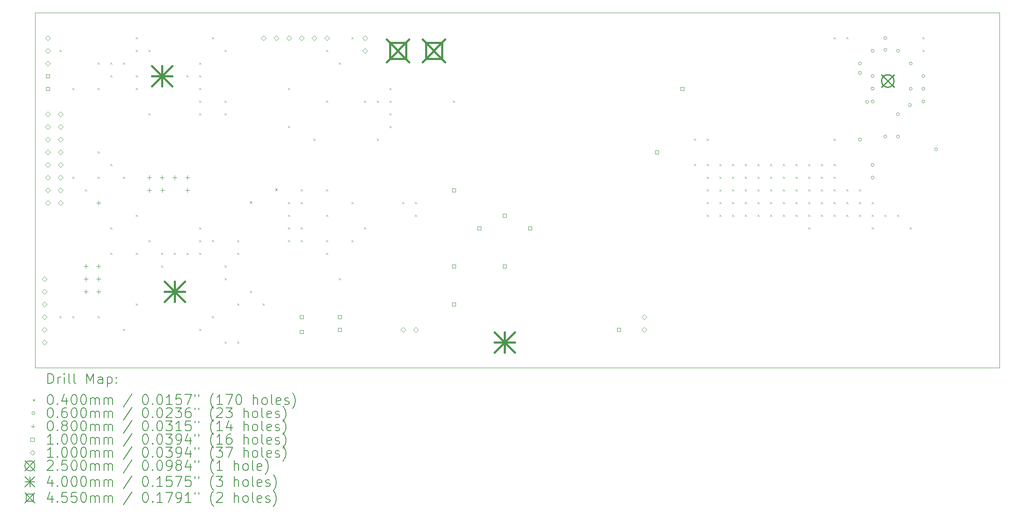
<source format=gbr>
%TF.GenerationSoftware,KiCad,Pcbnew,7.0.10*%
%TF.CreationDate,2024-02-28T12:36:18-05:00*%
%TF.ProjectId,PCB_Main_Sandbox,5043425f-4d61-4696-9e5f-53616e64626f,rev?*%
%TF.SameCoordinates,Original*%
%TF.FileFunction,Drillmap*%
%TF.FilePolarity,Positive*%
%FSLAX45Y45*%
G04 Gerber Fmt 4.5, Leading zero omitted, Abs format (unit mm)*
G04 Created by KiCad (PCBNEW 7.0.10) date 2024-02-28 12:36:18*
%MOMM*%
%LPD*%
G01*
G04 APERTURE LIST*
%ADD10C,0.100000*%
%ADD11C,0.200000*%
%ADD12C,0.250000*%
%ADD13C,0.400000*%
%ADD14C,0.455000*%
G04 APERTURE END LIST*
D10*
X7620000Y-762000D02*
X26924000Y-762000D01*
X26924000Y-7874000D02*
X7620000Y-7874000D01*
X26924000Y-7620000D02*
X26924000Y-7874000D01*
X26924000Y-762000D02*
X26924000Y-1016000D01*
X7620000Y-1016000D02*
X7620000Y-762000D01*
X7620000Y-7874000D02*
X7620000Y-1016000D01*
X26924000Y-1016000D02*
X26924000Y-7620000D01*
D11*
D10*
X8108000Y-1504000D02*
X8148000Y-1544000D01*
X8148000Y-1504000D02*
X8108000Y-1544000D01*
X8108000Y-6838000D02*
X8148000Y-6878000D01*
X8148000Y-6838000D02*
X8108000Y-6878000D01*
X8362000Y-2266000D02*
X8402000Y-2306000D01*
X8402000Y-2266000D02*
X8362000Y-2306000D01*
X8362000Y-4044000D02*
X8402000Y-4084000D01*
X8402000Y-4044000D02*
X8362000Y-4084000D01*
X8362000Y-6838000D02*
X8402000Y-6878000D01*
X8402000Y-6838000D02*
X8362000Y-6878000D01*
X8616000Y-4298000D02*
X8656000Y-4338000D01*
X8656000Y-4298000D02*
X8616000Y-4338000D01*
X8870000Y-1758000D02*
X8910000Y-1798000D01*
X8910000Y-1758000D02*
X8870000Y-1798000D01*
X8870000Y-2266000D02*
X8910000Y-2306000D01*
X8910000Y-2266000D02*
X8870000Y-2306000D01*
X8870000Y-3536000D02*
X8910000Y-3576000D01*
X8910000Y-3536000D02*
X8870000Y-3576000D01*
X8870000Y-4044000D02*
X8910000Y-4084000D01*
X8910000Y-4044000D02*
X8870000Y-4084000D01*
X8870000Y-6838000D02*
X8910000Y-6878000D01*
X8910000Y-6838000D02*
X8870000Y-6878000D01*
X9124000Y-1758000D02*
X9164000Y-1798000D01*
X9164000Y-1758000D02*
X9124000Y-1798000D01*
X9124000Y-2012000D02*
X9164000Y-2052000D01*
X9164000Y-2012000D02*
X9124000Y-2052000D01*
X9124000Y-3790000D02*
X9164000Y-3830000D01*
X9164000Y-3790000D02*
X9124000Y-3830000D01*
X9124000Y-5060000D02*
X9164000Y-5100000D01*
X9164000Y-5060000D02*
X9124000Y-5100000D01*
X9124000Y-5568000D02*
X9164000Y-5608000D01*
X9164000Y-5568000D02*
X9124000Y-5608000D01*
X9378000Y-1758000D02*
X9418000Y-1798000D01*
X9418000Y-1758000D02*
X9378000Y-1798000D01*
X9378000Y-4044000D02*
X9418000Y-4084000D01*
X9418000Y-4044000D02*
X9378000Y-4084000D01*
X9378000Y-7092000D02*
X9418000Y-7132000D01*
X9418000Y-7092000D02*
X9378000Y-7132000D01*
X9632000Y-1250000D02*
X9672000Y-1290000D01*
X9672000Y-1250000D02*
X9632000Y-1290000D01*
X9632000Y-1504000D02*
X9672000Y-1544000D01*
X9672000Y-1504000D02*
X9632000Y-1544000D01*
X9632000Y-2012000D02*
X9672000Y-2052000D01*
X9672000Y-2012000D02*
X9632000Y-2052000D01*
X9632000Y-2266000D02*
X9672000Y-2306000D01*
X9672000Y-2266000D02*
X9632000Y-2306000D01*
X9632000Y-4806000D02*
X9672000Y-4846000D01*
X9672000Y-4806000D02*
X9632000Y-4846000D01*
X9632000Y-5568000D02*
X9672000Y-5608000D01*
X9672000Y-5568000D02*
X9632000Y-5608000D01*
X9632000Y-6584000D02*
X9672000Y-6624000D01*
X9672000Y-6584000D02*
X9632000Y-6624000D01*
X9886000Y-1504000D02*
X9926000Y-1544000D01*
X9926000Y-1504000D02*
X9886000Y-1544000D01*
X9886000Y-2774000D02*
X9926000Y-2814000D01*
X9926000Y-2774000D02*
X9886000Y-2814000D01*
X9886000Y-5314000D02*
X9926000Y-5354000D01*
X9926000Y-5314000D02*
X9886000Y-5354000D01*
X10140000Y-5568000D02*
X10180000Y-5608000D01*
X10180000Y-5568000D02*
X10140000Y-5608000D01*
X10140000Y-5822000D02*
X10180000Y-5862000D01*
X10180000Y-5822000D02*
X10140000Y-5862000D01*
X10394000Y-5568000D02*
X10434000Y-5608000D01*
X10434000Y-5568000D02*
X10394000Y-5608000D01*
X10648000Y-2012000D02*
X10688000Y-2052000D01*
X10688000Y-2012000D02*
X10648000Y-2052000D01*
X10648000Y-5568000D02*
X10688000Y-5608000D01*
X10688000Y-5568000D02*
X10648000Y-5608000D01*
X10902000Y-1758000D02*
X10942000Y-1798000D01*
X10942000Y-1758000D02*
X10902000Y-1798000D01*
X10902000Y-2012000D02*
X10942000Y-2052000D01*
X10942000Y-2012000D02*
X10902000Y-2052000D01*
X10902000Y-2266000D02*
X10942000Y-2306000D01*
X10942000Y-2266000D02*
X10902000Y-2306000D01*
X10902000Y-2520000D02*
X10942000Y-2560000D01*
X10942000Y-2520000D02*
X10902000Y-2560000D01*
X10902000Y-2774000D02*
X10942000Y-2814000D01*
X10942000Y-2774000D02*
X10902000Y-2814000D01*
X10902000Y-5060000D02*
X10942000Y-5100000D01*
X10942000Y-5060000D02*
X10902000Y-5100000D01*
X10902000Y-5314000D02*
X10942000Y-5354000D01*
X10942000Y-5314000D02*
X10902000Y-5354000D01*
X10902000Y-5568000D02*
X10942000Y-5608000D01*
X10942000Y-5568000D02*
X10902000Y-5608000D01*
X10902000Y-7092000D02*
X10942000Y-7132000D01*
X10942000Y-7092000D02*
X10902000Y-7132000D01*
X11156000Y-1250000D02*
X11196000Y-1290000D01*
X11196000Y-1250000D02*
X11156000Y-1290000D01*
X11156000Y-5314000D02*
X11196000Y-5354000D01*
X11196000Y-5314000D02*
X11156000Y-5354000D01*
X11156000Y-6838000D02*
X11196000Y-6878000D01*
X11196000Y-6838000D02*
X11156000Y-6878000D01*
X11410000Y-1504000D02*
X11450000Y-1544000D01*
X11450000Y-1504000D02*
X11410000Y-1544000D01*
X11410000Y-2520000D02*
X11450000Y-2560000D01*
X11450000Y-2520000D02*
X11410000Y-2560000D01*
X11410000Y-2774000D02*
X11450000Y-2814000D01*
X11450000Y-2774000D02*
X11410000Y-2814000D01*
X11410000Y-5822000D02*
X11450000Y-5862000D01*
X11450000Y-5822000D02*
X11410000Y-5862000D01*
X11410000Y-6076000D02*
X11450000Y-6116000D01*
X11450000Y-6076000D02*
X11410000Y-6116000D01*
X11410000Y-7346000D02*
X11450000Y-7386000D01*
X11450000Y-7346000D02*
X11410000Y-7386000D01*
X11664000Y-5314000D02*
X11704000Y-5354000D01*
X11704000Y-5314000D02*
X11664000Y-5354000D01*
X11664000Y-5568000D02*
X11704000Y-5608000D01*
X11704000Y-5568000D02*
X11664000Y-5608000D01*
X11664000Y-6584000D02*
X11704000Y-6624000D01*
X11704000Y-6584000D02*
X11664000Y-6624000D01*
X11664000Y-7346000D02*
X11704000Y-7386000D01*
X11704000Y-7346000D02*
X11664000Y-7386000D01*
X11918000Y-4538740D02*
X11958000Y-4578740D01*
X11958000Y-4538740D02*
X11918000Y-4578740D01*
X11918000Y-6330000D02*
X11958000Y-6370000D01*
X11958000Y-6330000D02*
X11918000Y-6370000D01*
X12172000Y-6584000D02*
X12212000Y-6624000D01*
X12212000Y-6584000D02*
X12172000Y-6624000D01*
X12426000Y-4284740D02*
X12466000Y-4324740D01*
X12466000Y-4284740D02*
X12426000Y-4324740D01*
X12680000Y-2266000D02*
X12720000Y-2306000D01*
X12720000Y-2266000D02*
X12680000Y-2306000D01*
X12680000Y-3028000D02*
X12720000Y-3068000D01*
X12720000Y-3028000D02*
X12680000Y-3068000D01*
X12680000Y-4552000D02*
X12720000Y-4592000D01*
X12720000Y-4552000D02*
X12680000Y-4592000D01*
X12680000Y-4806000D02*
X12720000Y-4846000D01*
X12720000Y-4806000D02*
X12680000Y-4846000D01*
X12680000Y-5060000D02*
X12720000Y-5100000D01*
X12720000Y-5060000D02*
X12680000Y-5100000D01*
X12680000Y-5314000D02*
X12720000Y-5354000D01*
X12720000Y-5314000D02*
X12680000Y-5354000D01*
X12934000Y-4298000D02*
X12974000Y-4338000D01*
X12974000Y-4298000D02*
X12934000Y-4338000D01*
X12934000Y-4552000D02*
X12974000Y-4592000D01*
X12974000Y-4552000D02*
X12934000Y-4592000D01*
X12934000Y-5060000D02*
X12974000Y-5100000D01*
X12974000Y-5060000D02*
X12934000Y-5100000D01*
X12934000Y-5314000D02*
X12974000Y-5354000D01*
X12974000Y-5314000D02*
X12934000Y-5354000D01*
X13188000Y-3282000D02*
X13228000Y-3322000D01*
X13228000Y-3282000D02*
X13188000Y-3322000D01*
X13442000Y-1504000D02*
X13482000Y-1544000D01*
X13482000Y-1504000D02*
X13442000Y-1544000D01*
X13442000Y-2520000D02*
X13482000Y-2560000D01*
X13482000Y-2520000D02*
X13442000Y-2560000D01*
X13442000Y-4298000D02*
X13482000Y-4338000D01*
X13482000Y-4298000D02*
X13442000Y-4338000D01*
X13442000Y-4806000D02*
X13482000Y-4846000D01*
X13482000Y-4806000D02*
X13442000Y-4846000D01*
X13442000Y-5314000D02*
X13482000Y-5354000D01*
X13482000Y-5314000D02*
X13442000Y-5354000D01*
X13442000Y-5568000D02*
X13482000Y-5608000D01*
X13482000Y-5568000D02*
X13442000Y-5608000D01*
X13696000Y-1758000D02*
X13736000Y-1798000D01*
X13736000Y-1758000D02*
X13696000Y-1798000D01*
X13696000Y-6076000D02*
X13736000Y-6116000D01*
X13736000Y-6076000D02*
X13696000Y-6116000D01*
X13950000Y-1250000D02*
X13990000Y-1290000D01*
X13990000Y-1250000D02*
X13950000Y-1290000D01*
X13950000Y-4552000D02*
X13990000Y-4592000D01*
X13990000Y-4552000D02*
X13950000Y-4592000D01*
X13950000Y-5314000D02*
X13990000Y-5354000D01*
X13990000Y-5314000D02*
X13950000Y-5354000D01*
X14204000Y-2520000D02*
X14244000Y-2560000D01*
X14244000Y-2520000D02*
X14204000Y-2560000D01*
X14204000Y-5060000D02*
X14244000Y-5100000D01*
X14244000Y-5060000D02*
X14204000Y-5100000D01*
X14458000Y-2520000D02*
X14498000Y-2560000D01*
X14498000Y-2520000D02*
X14458000Y-2560000D01*
X14458000Y-3282000D02*
X14498000Y-3322000D01*
X14498000Y-3282000D02*
X14458000Y-3322000D01*
X14712000Y-2266000D02*
X14752000Y-2306000D01*
X14752000Y-2266000D02*
X14712000Y-2306000D01*
X14712000Y-2520000D02*
X14752000Y-2560000D01*
X14752000Y-2520000D02*
X14712000Y-2560000D01*
X14712000Y-2774000D02*
X14752000Y-2814000D01*
X14752000Y-2774000D02*
X14712000Y-2814000D01*
X14712000Y-3028000D02*
X14752000Y-3068000D01*
X14752000Y-3028000D02*
X14712000Y-3068000D01*
X14966000Y-4552000D02*
X15006000Y-4592000D01*
X15006000Y-4552000D02*
X14966000Y-4592000D01*
X15220000Y-4552000D02*
X15260000Y-4592000D01*
X15260000Y-4552000D02*
X15220000Y-4592000D01*
X15220000Y-4806000D02*
X15260000Y-4846000D01*
X15260000Y-4806000D02*
X15220000Y-4846000D01*
X15982000Y-2520000D02*
X16022000Y-2560000D01*
X16022000Y-2520000D02*
X15982000Y-2560000D01*
X20808000Y-3282000D02*
X20848000Y-3322000D01*
X20848000Y-3282000D02*
X20808000Y-3322000D01*
X20808000Y-3790000D02*
X20848000Y-3830000D01*
X20848000Y-3790000D02*
X20808000Y-3830000D01*
X21062000Y-3282000D02*
X21102000Y-3322000D01*
X21102000Y-3282000D02*
X21062000Y-3322000D01*
X21062000Y-3790000D02*
X21102000Y-3830000D01*
X21102000Y-3790000D02*
X21062000Y-3830000D01*
X21062000Y-4044000D02*
X21102000Y-4084000D01*
X21102000Y-4044000D02*
X21062000Y-4084000D01*
X21062000Y-4298000D02*
X21102000Y-4338000D01*
X21102000Y-4298000D02*
X21062000Y-4338000D01*
X21062000Y-4552000D02*
X21102000Y-4592000D01*
X21102000Y-4552000D02*
X21062000Y-4592000D01*
X21062000Y-4806000D02*
X21102000Y-4846000D01*
X21102000Y-4806000D02*
X21062000Y-4846000D01*
X21316000Y-3790000D02*
X21356000Y-3830000D01*
X21356000Y-3790000D02*
X21316000Y-3830000D01*
X21316000Y-4044000D02*
X21356000Y-4084000D01*
X21356000Y-4044000D02*
X21316000Y-4084000D01*
X21316000Y-4298000D02*
X21356000Y-4338000D01*
X21356000Y-4298000D02*
X21316000Y-4338000D01*
X21316000Y-4552000D02*
X21356000Y-4592000D01*
X21356000Y-4552000D02*
X21316000Y-4592000D01*
X21316000Y-4806000D02*
X21356000Y-4846000D01*
X21356000Y-4806000D02*
X21316000Y-4846000D01*
X21570000Y-3790000D02*
X21610000Y-3830000D01*
X21610000Y-3790000D02*
X21570000Y-3830000D01*
X21570000Y-4044000D02*
X21610000Y-4084000D01*
X21610000Y-4044000D02*
X21570000Y-4084000D01*
X21570000Y-4298000D02*
X21610000Y-4338000D01*
X21610000Y-4298000D02*
X21570000Y-4338000D01*
X21570000Y-4552000D02*
X21610000Y-4592000D01*
X21610000Y-4552000D02*
X21570000Y-4592000D01*
X21570000Y-4806000D02*
X21610000Y-4846000D01*
X21610000Y-4806000D02*
X21570000Y-4846000D01*
X21824000Y-3790000D02*
X21864000Y-3830000D01*
X21864000Y-3790000D02*
X21824000Y-3830000D01*
X21824000Y-4044000D02*
X21864000Y-4084000D01*
X21864000Y-4044000D02*
X21824000Y-4084000D01*
X21824000Y-4298000D02*
X21864000Y-4338000D01*
X21864000Y-4298000D02*
X21824000Y-4338000D01*
X21824000Y-4552000D02*
X21864000Y-4592000D01*
X21864000Y-4552000D02*
X21824000Y-4592000D01*
X21824000Y-4806000D02*
X21864000Y-4846000D01*
X21864000Y-4806000D02*
X21824000Y-4846000D01*
X22078000Y-3790000D02*
X22118000Y-3830000D01*
X22118000Y-3790000D02*
X22078000Y-3830000D01*
X22078000Y-4044000D02*
X22118000Y-4084000D01*
X22118000Y-4044000D02*
X22078000Y-4084000D01*
X22078000Y-4298000D02*
X22118000Y-4338000D01*
X22118000Y-4298000D02*
X22078000Y-4338000D01*
X22078000Y-4552000D02*
X22118000Y-4592000D01*
X22118000Y-4552000D02*
X22078000Y-4592000D01*
X22078000Y-4806000D02*
X22118000Y-4846000D01*
X22118000Y-4806000D02*
X22078000Y-4846000D01*
X22332000Y-3790000D02*
X22372000Y-3830000D01*
X22372000Y-3790000D02*
X22332000Y-3830000D01*
X22332000Y-4044000D02*
X22372000Y-4084000D01*
X22372000Y-4044000D02*
X22332000Y-4084000D01*
X22332000Y-4298000D02*
X22372000Y-4338000D01*
X22372000Y-4298000D02*
X22332000Y-4338000D01*
X22332000Y-4552000D02*
X22372000Y-4592000D01*
X22372000Y-4552000D02*
X22332000Y-4592000D01*
X22332000Y-4806000D02*
X22372000Y-4846000D01*
X22372000Y-4806000D02*
X22332000Y-4846000D01*
X22586000Y-3790000D02*
X22626000Y-3830000D01*
X22626000Y-3790000D02*
X22586000Y-3830000D01*
X22586000Y-4044000D02*
X22626000Y-4084000D01*
X22626000Y-4044000D02*
X22586000Y-4084000D01*
X22586000Y-4298000D02*
X22626000Y-4338000D01*
X22626000Y-4298000D02*
X22586000Y-4338000D01*
X22586000Y-4552000D02*
X22626000Y-4592000D01*
X22626000Y-4552000D02*
X22586000Y-4592000D01*
X22586000Y-4806000D02*
X22626000Y-4846000D01*
X22626000Y-4806000D02*
X22586000Y-4846000D01*
X22840000Y-3790000D02*
X22880000Y-3830000D01*
X22880000Y-3790000D02*
X22840000Y-3830000D01*
X22840000Y-4044000D02*
X22880000Y-4084000D01*
X22880000Y-4044000D02*
X22840000Y-4084000D01*
X22840000Y-4298000D02*
X22880000Y-4338000D01*
X22880000Y-4298000D02*
X22840000Y-4338000D01*
X22840000Y-4552000D02*
X22880000Y-4592000D01*
X22880000Y-4552000D02*
X22840000Y-4592000D01*
X22840000Y-4806000D02*
X22880000Y-4846000D01*
X22880000Y-4806000D02*
X22840000Y-4846000D01*
X23094000Y-3790000D02*
X23134000Y-3830000D01*
X23134000Y-3790000D02*
X23094000Y-3830000D01*
X23094000Y-4044000D02*
X23134000Y-4084000D01*
X23134000Y-4044000D02*
X23094000Y-4084000D01*
X23094000Y-4298000D02*
X23134000Y-4338000D01*
X23134000Y-4298000D02*
X23094000Y-4338000D01*
X23094000Y-4552000D02*
X23134000Y-4592000D01*
X23134000Y-4552000D02*
X23094000Y-4592000D01*
X23094000Y-4806000D02*
X23134000Y-4846000D01*
X23134000Y-4806000D02*
X23094000Y-4846000D01*
X23094000Y-5060000D02*
X23134000Y-5100000D01*
X23134000Y-5060000D02*
X23094000Y-5100000D01*
X23348000Y-3790000D02*
X23388000Y-3830000D01*
X23388000Y-3790000D02*
X23348000Y-3830000D01*
X23348000Y-4044000D02*
X23388000Y-4084000D01*
X23388000Y-4044000D02*
X23348000Y-4084000D01*
X23348000Y-4298000D02*
X23388000Y-4338000D01*
X23388000Y-4298000D02*
X23348000Y-4338000D01*
X23348000Y-4552000D02*
X23388000Y-4592000D01*
X23388000Y-4552000D02*
X23348000Y-4592000D01*
X23348000Y-4806000D02*
X23388000Y-4846000D01*
X23388000Y-4806000D02*
X23348000Y-4846000D01*
X23602000Y-1250000D02*
X23642000Y-1290000D01*
X23642000Y-1250000D02*
X23602000Y-1290000D01*
X23602000Y-3282000D02*
X23642000Y-3322000D01*
X23642000Y-3282000D02*
X23602000Y-3322000D01*
X23602000Y-3790000D02*
X23642000Y-3830000D01*
X23642000Y-3790000D02*
X23602000Y-3830000D01*
X23602000Y-4044000D02*
X23642000Y-4084000D01*
X23642000Y-4044000D02*
X23602000Y-4084000D01*
X23602000Y-4298000D02*
X23642000Y-4338000D01*
X23642000Y-4298000D02*
X23602000Y-4338000D01*
X23602000Y-4552000D02*
X23642000Y-4592000D01*
X23642000Y-4552000D02*
X23602000Y-4592000D01*
X23602000Y-4806000D02*
X23642000Y-4846000D01*
X23642000Y-4806000D02*
X23602000Y-4846000D01*
X23856000Y-1250000D02*
X23896000Y-1290000D01*
X23896000Y-1250000D02*
X23856000Y-1290000D01*
X23856000Y-4298000D02*
X23896000Y-4338000D01*
X23896000Y-4298000D02*
X23856000Y-4338000D01*
X23856000Y-4552000D02*
X23896000Y-4592000D01*
X23896000Y-4552000D02*
X23856000Y-4592000D01*
X23856000Y-4806000D02*
X23896000Y-4846000D01*
X23896000Y-4806000D02*
X23856000Y-4846000D01*
X24110000Y-4298000D02*
X24150000Y-4338000D01*
X24150000Y-4298000D02*
X24110000Y-4338000D01*
X24110000Y-4552000D02*
X24150000Y-4592000D01*
X24150000Y-4552000D02*
X24110000Y-4592000D01*
X24110000Y-4806000D02*
X24150000Y-4846000D01*
X24150000Y-4806000D02*
X24110000Y-4846000D01*
X24364000Y-4552000D02*
X24404000Y-4592000D01*
X24404000Y-4552000D02*
X24364000Y-4592000D01*
X24364000Y-4806000D02*
X24404000Y-4846000D01*
X24404000Y-4806000D02*
X24364000Y-4846000D01*
X24364000Y-5060000D02*
X24404000Y-5100000D01*
X24404000Y-5060000D02*
X24364000Y-5100000D01*
X24618000Y-4806000D02*
X24658000Y-4846000D01*
X24658000Y-4806000D02*
X24618000Y-4846000D01*
X24872000Y-4806000D02*
X24912000Y-4846000D01*
X24912000Y-4806000D02*
X24872000Y-4846000D01*
X25126000Y-5060000D02*
X25166000Y-5100000D01*
X25166000Y-5060000D02*
X25126000Y-5100000D01*
X25380000Y-1250000D02*
X25420000Y-1290000D01*
X25420000Y-1250000D02*
X25380000Y-1290000D01*
X25380000Y-1504000D02*
X25420000Y-1544000D01*
X25420000Y-1504000D02*
X25380000Y-1544000D01*
X24160000Y-1778000D02*
G75*
G03*
X24100000Y-1778000I-30000J0D01*
G01*
X24100000Y-1778000D02*
G75*
G03*
X24160000Y-1778000I30000J0D01*
G01*
X24160000Y-1968000D02*
G75*
G03*
X24100000Y-1968000I-30000J0D01*
G01*
X24100000Y-1968000D02*
G75*
G03*
X24160000Y-1968000I30000J0D01*
G01*
X24160000Y-3302000D02*
G75*
G03*
X24100000Y-3302000I-30000J0D01*
G01*
X24100000Y-3302000D02*
G75*
G03*
X24160000Y-3302000I30000J0D01*
G01*
X24305663Y-2548336D02*
G75*
G03*
X24245663Y-2548336I-30000J0D01*
G01*
X24245663Y-2548336D02*
G75*
G03*
X24305663Y-2548336I30000J0D01*
G01*
X24413193Y-2280983D02*
G75*
G03*
X24353193Y-2280983I-30000J0D01*
G01*
X24353193Y-2280983D02*
G75*
G03*
X24413193Y-2280983I30000J0D01*
G01*
X24414000Y-1524000D02*
G75*
G03*
X24354000Y-1524000I-30000J0D01*
G01*
X24354000Y-1524000D02*
G75*
G03*
X24414000Y-1524000I30000J0D01*
G01*
X24414000Y-2032000D02*
G75*
G03*
X24354000Y-2032000I-30000J0D01*
G01*
X24354000Y-2032000D02*
G75*
G03*
X24414000Y-2032000I30000J0D01*
G01*
X24414000Y-2540000D02*
G75*
G03*
X24354000Y-2540000I-30000J0D01*
G01*
X24354000Y-2540000D02*
G75*
G03*
X24414000Y-2540000I30000J0D01*
G01*
X24414000Y-3810000D02*
G75*
G03*
X24354000Y-3810000I-30000J0D01*
G01*
X24354000Y-3810000D02*
G75*
G03*
X24414000Y-3810000I30000J0D01*
G01*
X24414000Y-4064000D02*
G75*
G03*
X24354000Y-4064000I-30000J0D01*
G01*
X24354000Y-4064000D02*
G75*
G03*
X24414000Y-4064000I30000J0D01*
G01*
X24668000Y-1270000D02*
G75*
G03*
X24608000Y-1270000I-30000J0D01*
G01*
X24608000Y-1270000D02*
G75*
G03*
X24668000Y-1270000I30000J0D01*
G01*
X24668000Y-3243790D02*
G75*
G03*
X24608000Y-3243790I-30000J0D01*
G01*
X24608000Y-3243790D02*
G75*
G03*
X24668000Y-3243790I30000J0D01*
G01*
X24668099Y-1508608D02*
G75*
G03*
X24608099Y-1508608I-30000J0D01*
G01*
X24608099Y-1508608D02*
G75*
G03*
X24668099Y-1508608I30000J0D01*
G01*
X24922000Y-1524000D02*
G75*
G03*
X24862000Y-1524000I-30000J0D01*
G01*
X24862000Y-1524000D02*
G75*
G03*
X24922000Y-1524000I30000J0D01*
G01*
X24922000Y-2794000D02*
G75*
G03*
X24862000Y-2794000I-30000J0D01*
G01*
X24862000Y-2794000D02*
G75*
G03*
X24922000Y-2794000I30000J0D01*
G01*
X24922000Y-3243790D02*
G75*
G03*
X24862000Y-3243790I-30000J0D01*
G01*
X24862000Y-3243790D02*
G75*
G03*
X24922000Y-3243790I30000J0D01*
G01*
X25159630Y-2611614D02*
G75*
G03*
X25099630Y-2611614I-30000J0D01*
G01*
X25099630Y-2611614D02*
G75*
G03*
X25159630Y-2611614I30000J0D01*
G01*
X25176000Y-1778000D02*
G75*
G03*
X25116000Y-1778000I-30000J0D01*
G01*
X25116000Y-1778000D02*
G75*
G03*
X25176000Y-1778000I30000J0D01*
G01*
X25176000Y-2286000D02*
G75*
G03*
X25116000Y-2286000I-30000J0D01*
G01*
X25116000Y-2286000D02*
G75*
G03*
X25176000Y-2286000I30000J0D01*
G01*
X25430000Y-2032000D02*
G75*
G03*
X25370000Y-2032000I-30000J0D01*
G01*
X25370000Y-2032000D02*
G75*
G03*
X25430000Y-2032000I30000J0D01*
G01*
X25430000Y-2286000D02*
G75*
G03*
X25370000Y-2286000I-30000J0D01*
G01*
X25370000Y-2286000D02*
G75*
G03*
X25430000Y-2286000I30000J0D01*
G01*
X25430000Y-2540000D02*
G75*
G03*
X25370000Y-2540000I-30000J0D01*
G01*
X25370000Y-2540000D02*
G75*
G03*
X25430000Y-2540000I30000J0D01*
G01*
X25684000Y-3497790D02*
G75*
G03*
X25624000Y-3497790I-30000J0D01*
G01*
X25624000Y-3497790D02*
G75*
G03*
X25684000Y-3497790I30000J0D01*
G01*
X8636000Y-5802000D02*
X8636000Y-5882000D01*
X8596000Y-5842000D02*
X8676000Y-5842000D01*
X8636000Y-6056000D02*
X8636000Y-6136000D01*
X8596000Y-6096000D02*
X8676000Y-6096000D01*
X8636000Y-6310000D02*
X8636000Y-6390000D01*
X8596000Y-6350000D02*
X8676000Y-6350000D01*
X8890000Y-4532000D02*
X8890000Y-4612000D01*
X8850000Y-4572000D02*
X8930000Y-4572000D01*
X8890000Y-5802000D02*
X8890000Y-5882000D01*
X8850000Y-5842000D02*
X8930000Y-5842000D01*
X8890000Y-6056000D02*
X8890000Y-6136000D01*
X8850000Y-6096000D02*
X8930000Y-6096000D01*
X8890000Y-6310000D02*
X8890000Y-6390000D01*
X8850000Y-6350000D02*
X8930000Y-6350000D01*
X9906000Y-4024000D02*
X9906000Y-4104000D01*
X9866000Y-4064000D02*
X9946000Y-4064000D01*
X9906000Y-4278000D02*
X9906000Y-4358000D01*
X9866000Y-4318000D02*
X9946000Y-4318000D01*
X10160000Y-4024000D02*
X10160000Y-4104000D01*
X10120000Y-4064000D02*
X10200000Y-4064000D01*
X10170000Y-4278000D02*
X10170000Y-4358000D01*
X10130000Y-4318000D02*
X10210000Y-4318000D01*
X10414000Y-4024000D02*
X10414000Y-4104000D01*
X10374000Y-4064000D02*
X10454000Y-4064000D01*
X10668000Y-4024000D02*
X10668000Y-4104000D01*
X10628000Y-4064000D02*
X10708000Y-4064000D01*
X10668000Y-4278000D02*
X10668000Y-4358000D01*
X10628000Y-4318000D02*
X10708000Y-4318000D01*
X7909356Y-2067356D02*
X7909356Y-1996644D01*
X7838644Y-1996644D01*
X7838644Y-2067356D01*
X7909356Y-2067356D01*
X7909356Y-2321356D02*
X7909356Y-2250644D01*
X7838644Y-2250644D01*
X7838644Y-2321356D01*
X7909356Y-2321356D01*
X12989356Y-6893356D02*
X12989356Y-6822644D01*
X12918644Y-6822644D01*
X12918644Y-6893356D01*
X12989356Y-6893356D01*
X12989356Y-7188356D02*
X12989356Y-7117644D01*
X12918644Y-7117644D01*
X12918644Y-7188356D01*
X12989356Y-7188356D01*
X13751356Y-6893356D02*
X13751356Y-6822644D01*
X13680644Y-6822644D01*
X13680644Y-6893356D01*
X13751356Y-6893356D01*
X13751356Y-7147356D02*
X13751356Y-7076644D01*
X13680644Y-7076644D01*
X13680644Y-7147356D01*
X13751356Y-7147356D01*
X16037356Y-4353356D02*
X16037356Y-4282644D01*
X15966644Y-4282644D01*
X15966644Y-4353356D01*
X16037356Y-4353356D01*
X16037356Y-5877356D02*
X16037356Y-5806644D01*
X15966644Y-5806644D01*
X15966644Y-5877356D01*
X16037356Y-5877356D01*
X16037356Y-6639356D02*
X16037356Y-6568644D01*
X15966644Y-6568644D01*
X15966644Y-6639356D01*
X16037356Y-6639356D01*
X16545356Y-5115356D02*
X16545356Y-5044644D01*
X16474644Y-5044644D01*
X16474644Y-5115356D01*
X16545356Y-5115356D01*
X17053356Y-4861356D02*
X17053356Y-4790644D01*
X16982644Y-4790644D01*
X16982644Y-4861356D01*
X17053356Y-4861356D01*
X17053356Y-5877356D02*
X17053356Y-5806644D01*
X16982644Y-5806644D01*
X16982644Y-5877356D01*
X17053356Y-5877356D01*
X17561356Y-5115356D02*
X17561356Y-5044644D01*
X17490644Y-5044644D01*
X17490644Y-5115356D01*
X17561356Y-5115356D01*
X19339356Y-7147356D02*
X19339356Y-7076644D01*
X19268644Y-7076644D01*
X19268644Y-7147356D01*
X19339356Y-7147356D01*
X20101356Y-3591356D02*
X20101356Y-3520644D01*
X20030644Y-3520644D01*
X20030644Y-3591356D01*
X20101356Y-3591356D01*
X20609356Y-2321356D02*
X20609356Y-2250644D01*
X20538644Y-2250644D01*
X20538644Y-2321356D01*
X20609356Y-2321356D01*
X7802500Y-6146000D02*
X7852500Y-6096000D01*
X7802500Y-6046000D01*
X7752500Y-6096000D01*
X7802500Y-6146000D01*
X7802500Y-6400000D02*
X7852500Y-6350000D01*
X7802500Y-6300000D01*
X7752500Y-6350000D01*
X7802500Y-6400000D01*
X7802500Y-6654000D02*
X7852500Y-6604000D01*
X7802500Y-6554000D01*
X7752500Y-6604000D01*
X7802500Y-6654000D01*
X7802500Y-6908000D02*
X7852500Y-6858000D01*
X7802500Y-6808000D01*
X7752500Y-6858000D01*
X7802500Y-6908000D01*
X7802500Y-7162000D02*
X7852500Y-7112000D01*
X7802500Y-7062000D01*
X7752500Y-7112000D01*
X7802500Y-7162000D01*
X7802500Y-7416000D02*
X7852500Y-7366000D01*
X7802500Y-7316000D01*
X7752500Y-7366000D01*
X7802500Y-7416000D01*
X7874000Y-1320000D02*
X7924000Y-1270000D01*
X7874000Y-1220000D01*
X7824000Y-1270000D01*
X7874000Y-1320000D01*
X7874000Y-1574000D02*
X7924000Y-1524000D01*
X7874000Y-1474000D01*
X7824000Y-1524000D01*
X7874000Y-1574000D01*
X7874000Y-1828000D02*
X7924000Y-1778000D01*
X7874000Y-1728000D01*
X7824000Y-1778000D01*
X7874000Y-1828000D01*
X7874000Y-2844000D02*
X7924000Y-2794000D01*
X7874000Y-2744000D01*
X7824000Y-2794000D01*
X7874000Y-2844000D01*
X7874000Y-3098000D02*
X7924000Y-3048000D01*
X7874000Y-2998000D01*
X7824000Y-3048000D01*
X7874000Y-3098000D01*
X7874000Y-3352000D02*
X7924000Y-3302000D01*
X7874000Y-3252000D01*
X7824000Y-3302000D01*
X7874000Y-3352000D01*
X7874000Y-3606000D02*
X7924000Y-3556000D01*
X7874000Y-3506000D01*
X7824000Y-3556000D01*
X7874000Y-3606000D01*
X7874000Y-3860000D02*
X7924000Y-3810000D01*
X7874000Y-3760000D01*
X7824000Y-3810000D01*
X7874000Y-3860000D01*
X7874000Y-4114000D02*
X7924000Y-4064000D01*
X7874000Y-4014000D01*
X7824000Y-4064000D01*
X7874000Y-4114000D01*
X7874000Y-4368000D02*
X7924000Y-4318000D01*
X7874000Y-4268000D01*
X7824000Y-4318000D01*
X7874000Y-4368000D01*
X7874000Y-4622000D02*
X7924000Y-4572000D01*
X7874000Y-4522000D01*
X7824000Y-4572000D01*
X7874000Y-4622000D01*
X8128000Y-2844000D02*
X8178000Y-2794000D01*
X8128000Y-2744000D01*
X8078000Y-2794000D01*
X8128000Y-2844000D01*
X8128000Y-3098000D02*
X8178000Y-3048000D01*
X8128000Y-2998000D01*
X8078000Y-3048000D01*
X8128000Y-3098000D01*
X8128000Y-3352000D02*
X8178000Y-3302000D01*
X8128000Y-3252000D01*
X8078000Y-3302000D01*
X8128000Y-3352000D01*
X8128000Y-3606000D02*
X8178000Y-3556000D01*
X8128000Y-3506000D01*
X8078000Y-3556000D01*
X8128000Y-3606000D01*
X8128000Y-3860000D02*
X8178000Y-3810000D01*
X8128000Y-3760000D01*
X8078000Y-3810000D01*
X8128000Y-3860000D01*
X8128000Y-4114000D02*
X8178000Y-4064000D01*
X8128000Y-4014000D01*
X8078000Y-4064000D01*
X8128000Y-4114000D01*
X8128000Y-4368000D02*
X8178000Y-4318000D01*
X8128000Y-4268000D01*
X8078000Y-4318000D01*
X8128000Y-4368000D01*
X8128000Y-4622000D02*
X8178000Y-4572000D01*
X8128000Y-4522000D01*
X8078000Y-4572000D01*
X8128000Y-4622000D01*
X12192000Y-1320000D02*
X12242000Y-1270000D01*
X12192000Y-1220000D01*
X12142000Y-1270000D01*
X12192000Y-1320000D01*
X12446000Y-1320000D02*
X12496000Y-1270000D01*
X12446000Y-1220000D01*
X12396000Y-1270000D01*
X12446000Y-1320000D01*
X12700000Y-1320000D02*
X12750000Y-1270000D01*
X12700000Y-1220000D01*
X12650000Y-1270000D01*
X12700000Y-1320000D01*
X12954000Y-1320000D02*
X13004000Y-1270000D01*
X12954000Y-1220000D01*
X12904000Y-1270000D01*
X12954000Y-1320000D01*
X13208000Y-1320000D02*
X13258000Y-1270000D01*
X13208000Y-1220000D01*
X13158000Y-1270000D01*
X13208000Y-1320000D01*
X13462000Y-1320000D02*
X13512000Y-1270000D01*
X13462000Y-1220000D01*
X13412000Y-1270000D01*
X13462000Y-1320000D01*
X14224000Y-1320000D02*
X14274000Y-1270000D01*
X14224000Y-1220000D01*
X14174000Y-1270000D01*
X14224000Y-1320000D01*
X14224000Y-1574000D02*
X14274000Y-1524000D01*
X14224000Y-1474000D01*
X14174000Y-1524000D01*
X14224000Y-1574000D01*
X14986000Y-7162000D02*
X15036000Y-7112000D01*
X14986000Y-7062000D01*
X14936000Y-7112000D01*
X14986000Y-7162000D01*
X15240000Y-7162000D02*
X15290000Y-7112000D01*
X15240000Y-7062000D01*
X15190000Y-7112000D01*
X15240000Y-7162000D01*
X19812000Y-6908000D02*
X19862000Y-6858000D01*
X19812000Y-6808000D01*
X19762000Y-6858000D01*
X19812000Y-6908000D01*
X19812000Y-7162000D02*
X19862000Y-7112000D01*
X19812000Y-7062000D01*
X19762000Y-7112000D01*
X19812000Y-7162000D01*
D12*
X24563000Y-2005000D02*
X24813000Y-2255000D01*
X24813000Y-2005000D02*
X24563000Y-2255000D01*
X24813000Y-2130000D02*
G75*
G03*
X24563000Y-2130000I-125000J0D01*
G01*
X24563000Y-2130000D02*
G75*
G03*
X24813000Y-2130000I125000J0D01*
G01*
D13*
X9960000Y-1832000D02*
X10360000Y-2232000D01*
X10360000Y-1832000D02*
X9960000Y-2232000D01*
X10160000Y-1832000D02*
X10160000Y-2232000D01*
X9960000Y-2032000D02*
X10360000Y-2032000D01*
X10214000Y-6150000D02*
X10614000Y-6550000D01*
X10614000Y-6150000D02*
X10214000Y-6550000D01*
X10414000Y-6150000D02*
X10414000Y-6550000D01*
X10214000Y-6350000D02*
X10614000Y-6350000D01*
X16818000Y-7166000D02*
X17218000Y-7566000D01*
X17218000Y-7166000D02*
X16818000Y-7566000D01*
X17018000Y-7166000D02*
X17018000Y-7566000D01*
X16818000Y-7366000D02*
X17218000Y-7366000D01*
D14*
X14652500Y-1296500D02*
X15107500Y-1751500D01*
X15107500Y-1296500D02*
X14652500Y-1751500D01*
X15040868Y-1684868D02*
X15040868Y-1363132D01*
X14719132Y-1363132D01*
X14719132Y-1684868D01*
X15040868Y-1684868D01*
X15372500Y-1296500D02*
X15827500Y-1751500D01*
X15827500Y-1296500D02*
X15372500Y-1751500D01*
X15760868Y-1684868D02*
X15760868Y-1363132D01*
X15439132Y-1363132D01*
X15439132Y-1684868D01*
X15760868Y-1684868D01*
D11*
X7875777Y-8190484D02*
X7875777Y-7990484D01*
X7875777Y-7990484D02*
X7923396Y-7990484D01*
X7923396Y-7990484D02*
X7951967Y-8000008D01*
X7951967Y-8000008D02*
X7971015Y-8019055D01*
X7971015Y-8019055D02*
X7980539Y-8038103D01*
X7980539Y-8038103D02*
X7990062Y-8076198D01*
X7990062Y-8076198D02*
X7990062Y-8104769D01*
X7990062Y-8104769D02*
X7980539Y-8142865D01*
X7980539Y-8142865D02*
X7971015Y-8161912D01*
X7971015Y-8161912D02*
X7951967Y-8180960D01*
X7951967Y-8180960D02*
X7923396Y-8190484D01*
X7923396Y-8190484D02*
X7875777Y-8190484D01*
X8075777Y-8190484D02*
X8075777Y-8057150D01*
X8075777Y-8095246D02*
X8085301Y-8076198D01*
X8085301Y-8076198D02*
X8094824Y-8066674D01*
X8094824Y-8066674D02*
X8113872Y-8057150D01*
X8113872Y-8057150D02*
X8132920Y-8057150D01*
X8199586Y-8190484D02*
X8199586Y-8057150D01*
X8199586Y-7990484D02*
X8190062Y-8000008D01*
X8190062Y-8000008D02*
X8199586Y-8009531D01*
X8199586Y-8009531D02*
X8209110Y-8000008D01*
X8209110Y-8000008D02*
X8199586Y-7990484D01*
X8199586Y-7990484D02*
X8199586Y-8009531D01*
X8323396Y-8190484D02*
X8304348Y-8180960D01*
X8304348Y-8180960D02*
X8294824Y-8161912D01*
X8294824Y-8161912D02*
X8294824Y-7990484D01*
X8428158Y-8190484D02*
X8409110Y-8180960D01*
X8409110Y-8180960D02*
X8399586Y-8161912D01*
X8399586Y-8161912D02*
X8399586Y-7990484D01*
X8656729Y-8190484D02*
X8656729Y-7990484D01*
X8656729Y-7990484D02*
X8723396Y-8133341D01*
X8723396Y-8133341D02*
X8790063Y-7990484D01*
X8790063Y-7990484D02*
X8790063Y-8190484D01*
X8971015Y-8190484D02*
X8971015Y-8085722D01*
X8971015Y-8085722D02*
X8961491Y-8066674D01*
X8961491Y-8066674D02*
X8942444Y-8057150D01*
X8942444Y-8057150D02*
X8904348Y-8057150D01*
X8904348Y-8057150D02*
X8885301Y-8066674D01*
X8971015Y-8180960D02*
X8951967Y-8190484D01*
X8951967Y-8190484D02*
X8904348Y-8190484D01*
X8904348Y-8190484D02*
X8885301Y-8180960D01*
X8885301Y-8180960D02*
X8875777Y-8161912D01*
X8875777Y-8161912D02*
X8875777Y-8142865D01*
X8875777Y-8142865D02*
X8885301Y-8123817D01*
X8885301Y-8123817D02*
X8904348Y-8114293D01*
X8904348Y-8114293D02*
X8951967Y-8114293D01*
X8951967Y-8114293D02*
X8971015Y-8104769D01*
X9066253Y-8057150D02*
X9066253Y-8257150D01*
X9066253Y-8066674D02*
X9085301Y-8057150D01*
X9085301Y-8057150D02*
X9123396Y-8057150D01*
X9123396Y-8057150D02*
X9142444Y-8066674D01*
X9142444Y-8066674D02*
X9151967Y-8076198D01*
X9151967Y-8076198D02*
X9161491Y-8095246D01*
X9161491Y-8095246D02*
X9161491Y-8152388D01*
X9161491Y-8152388D02*
X9151967Y-8171436D01*
X9151967Y-8171436D02*
X9142444Y-8180960D01*
X9142444Y-8180960D02*
X9123396Y-8190484D01*
X9123396Y-8190484D02*
X9085301Y-8190484D01*
X9085301Y-8190484D02*
X9066253Y-8180960D01*
X9247205Y-8171436D02*
X9256729Y-8180960D01*
X9256729Y-8180960D02*
X9247205Y-8190484D01*
X9247205Y-8190484D02*
X9237682Y-8180960D01*
X9237682Y-8180960D02*
X9247205Y-8171436D01*
X9247205Y-8171436D02*
X9247205Y-8190484D01*
X9247205Y-8066674D02*
X9256729Y-8076198D01*
X9256729Y-8076198D02*
X9247205Y-8085722D01*
X9247205Y-8085722D02*
X9237682Y-8076198D01*
X9237682Y-8076198D02*
X9247205Y-8066674D01*
X9247205Y-8066674D02*
X9247205Y-8085722D01*
D10*
X7575000Y-8499000D02*
X7615000Y-8539000D01*
X7615000Y-8499000D02*
X7575000Y-8539000D01*
D11*
X7913872Y-8410484D02*
X7932920Y-8410484D01*
X7932920Y-8410484D02*
X7951967Y-8420008D01*
X7951967Y-8420008D02*
X7961491Y-8429531D01*
X7961491Y-8429531D02*
X7971015Y-8448579D01*
X7971015Y-8448579D02*
X7980539Y-8486674D01*
X7980539Y-8486674D02*
X7980539Y-8534293D01*
X7980539Y-8534293D02*
X7971015Y-8572389D01*
X7971015Y-8572389D02*
X7961491Y-8591436D01*
X7961491Y-8591436D02*
X7951967Y-8600960D01*
X7951967Y-8600960D02*
X7932920Y-8610484D01*
X7932920Y-8610484D02*
X7913872Y-8610484D01*
X7913872Y-8610484D02*
X7894824Y-8600960D01*
X7894824Y-8600960D02*
X7885301Y-8591436D01*
X7885301Y-8591436D02*
X7875777Y-8572389D01*
X7875777Y-8572389D02*
X7866253Y-8534293D01*
X7866253Y-8534293D02*
X7866253Y-8486674D01*
X7866253Y-8486674D02*
X7875777Y-8448579D01*
X7875777Y-8448579D02*
X7885301Y-8429531D01*
X7885301Y-8429531D02*
X7894824Y-8420008D01*
X7894824Y-8420008D02*
X7913872Y-8410484D01*
X8066253Y-8591436D02*
X8075777Y-8600960D01*
X8075777Y-8600960D02*
X8066253Y-8610484D01*
X8066253Y-8610484D02*
X8056729Y-8600960D01*
X8056729Y-8600960D02*
X8066253Y-8591436D01*
X8066253Y-8591436D02*
X8066253Y-8610484D01*
X8247205Y-8477150D02*
X8247205Y-8610484D01*
X8199586Y-8400960D02*
X8151967Y-8543817D01*
X8151967Y-8543817D02*
X8275777Y-8543817D01*
X8390063Y-8410484D02*
X8409110Y-8410484D01*
X8409110Y-8410484D02*
X8428158Y-8420008D01*
X8428158Y-8420008D02*
X8437682Y-8429531D01*
X8437682Y-8429531D02*
X8447205Y-8448579D01*
X8447205Y-8448579D02*
X8456729Y-8486674D01*
X8456729Y-8486674D02*
X8456729Y-8534293D01*
X8456729Y-8534293D02*
X8447205Y-8572389D01*
X8447205Y-8572389D02*
X8437682Y-8591436D01*
X8437682Y-8591436D02*
X8428158Y-8600960D01*
X8428158Y-8600960D02*
X8409110Y-8610484D01*
X8409110Y-8610484D02*
X8390063Y-8610484D01*
X8390063Y-8610484D02*
X8371015Y-8600960D01*
X8371015Y-8600960D02*
X8361491Y-8591436D01*
X8361491Y-8591436D02*
X8351967Y-8572389D01*
X8351967Y-8572389D02*
X8342443Y-8534293D01*
X8342443Y-8534293D02*
X8342443Y-8486674D01*
X8342443Y-8486674D02*
X8351967Y-8448579D01*
X8351967Y-8448579D02*
X8361491Y-8429531D01*
X8361491Y-8429531D02*
X8371015Y-8420008D01*
X8371015Y-8420008D02*
X8390063Y-8410484D01*
X8580539Y-8410484D02*
X8599586Y-8410484D01*
X8599586Y-8410484D02*
X8618634Y-8420008D01*
X8618634Y-8420008D02*
X8628158Y-8429531D01*
X8628158Y-8429531D02*
X8637682Y-8448579D01*
X8637682Y-8448579D02*
X8647205Y-8486674D01*
X8647205Y-8486674D02*
X8647205Y-8534293D01*
X8647205Y-8534293D02*
X8637682Y-8572389D01*
X8637682Y-8572389D02*
X8628158Y-8591436D01*
X8628158Y-8591436D02*
X8618634Y-8600960D01*
X8618634Y-8600960D02*
X8599586Y-8610484D01*
X8599586Y-8610484D02*
X8580539Y-8610484D01*
X8580539Y-8610484D02*
X8561491Y-8600960D01*
X8561491Y-8600960D02*
X8551967Y-8591436D01*
X8551967Y-8591436D02*
X8542444Y-8572389D01*
X8542444Y-8572389D02*
X8532920Y-8534293D01*
X8532920Y-8534293D02*
X8532920Y-8486674D01*
X8532920Y-8486674D02*
X8542444Y-8448579D01*
X8542444Y-8448579D02*
X8551967Y-8429531D01*
X8551967Y-8429531D02*
X8561491Y-8420008D01*
X8561491Y-8420008D02*
X8580539Y-8410484D01*
X8732920Y-8610484D02*
X8732920Y-8477150D01*
X8732920Y-8496198D02*
X8742444Y-8486674D01*
X8742444Y-8486674D02*
X8761491Y-8477150D01*
X8761491Y-8477150D02*
X8790063Y-8477150D01*
X8790063Y-8477150D02*
X8809110Y-8486674D01*
X8809110Y-8486674D02*
X8818634Y-8505722D01*
X8818634Y-8505722D02*
X8818634Y-8610484D01*
X8818634Y-8505722D02*
X8828158Y-8486674D01*
X8828158Y-8486674D02*
X8847205Y-8477150D01*
X8847205Y-8477150D02*
X8875777Y-8477150D01*
X8875777Y-8477150D02*
X8894825Y-8486674D01*
X8894825Y-8486674D02*
X8904348Y-8505722D01*
X8904348Y-8505722D02*
X8904348Y-8610484D01*
X8999586Y-8610484D02*
X8999586Y-8477150D01*
X8999586Y-8496198D02*
X9009110Y-8486674D01*
X9009110Y-8486674D02*
X9028158Y-8477150D01*
X9028158Y-8477150D02*
X9056729Y-8477150D01*
X9056729Y-8477150D02*
X9075777Y-8486674D01*
X9075777Y-8486674D02*
X9085301Y-8505722D01*
X9085301Y-8505722D02*
X9085301Y-8610484D01*
X9085301Y-8505722D02*
X9094825Y-8486674D01*
X9094825Y-8486674D02*
X9113872Y-8477150D01*
X9113872Y-8477150D02*
X9142444Y-8477150D01*
X9142444Y-8477150D02*
X9161491Y-8486674D01*
X9161491Y-8486674D02*
X9171015Y-8505722D01*
X9171015Y-8505722D02*
X9171015Y-8610484D01*
X9561491Y-8400960D02*
X9390063Y-8658103D01*
X9818634Y-8410484D02*
X9837682Y-8410484D01*
X9837682Y-8410484D02*
X9856729Y-8420008D01*
X9856729Y-8420008D02*
X9866253Y-8429531D01*
X9866253Y-8429531D02*
X9875777Y-8448579D01*
X9875777Y-8448579D02*
X9885301Y-8486674D01*
X9885301Y-8486674D02*
X9885301Y-8534293D01*
X9885301Y-8534293D02*
X9875777Y-8572389D01*
X9875777Y-8572389D02*
X9866253Y-8591436D01*
X9866253Y-8591436D02*
X9856729Y-8600960D01*
X9856729Y-8600960D02*
X9837682Y-8610484D01*
X9837682Y-8610484D02*
X9818634Y-8610484D01*
X9818634Y-8610484D02*
X9799587Y-8600960D01*
X9799587Y-8600960D02*
X9790063Y-8591436D01*
X9790063Y-8591436D02*
X9780539Y-8572389D01*
X9780539Y-8572389D02*
X9771015Y-8534293D01*
X9771015Y-8534293D02*
X9771015Y-8486674D01*
X9771015Y-8486674D02*
X9780539Y-8448579D01*
X9780539Y-8448579D02*
X9790063Y-8429531D01*
X9790063Y-8429531D02*
X9799587Y-8420008D01*
X9799587Y-8420008D02*
X9818634Y-8410484D01*
X9971015Y-8591436D02*
X9980539Y-8600960D01*
X9980539Y-8600960D02*
X9971015Y-8610484D01*
X9971015Y-8610484D02*
X9961491Y-8600960D01*
X9961491Y-8600960D02*
X9971015Y-8591436D01*
X9971015Y-8591436D02*
X9971015Y-8610484D01*
X10104348Y-8410484D02*
X10123396Y-8410484D01*
X10123396Y-8410484D02*
X10142444Y-8420008D01*
X10142444Y-8420008D02*
X10151968Y-8429531D01*
X10151968Y-8429531D02*
X10161491Y-8448579D01*
X10161491Y-8448579D02*
X10171015Y-8486674D01*
X10171015Y-8486674D02*
X10171015Y-8534293D01*
X10171015Y-8534293D02*
X10161491Y-8572389D01*
X10161491Y-8572389D02*
X10151968Y-8591436D01*
X10151968Y-8591436D02*
X10142444Y-8600960D01*
X10142444Y-8600960D02*
X10123396Y-8610484D01*
X10123396Y-8610484D02*
X10104348Y-8610484D01*
X10104348Y-8610484D02*
X10085301Y-8600960D01*
X10085301Y-8600960D02*
X10075777Y-8591436D01*
X10075777Y-8591436D02*
X10066253Y-8572389D01*
X10066253Y-8572389D02*
X10056729Y-8534293D01*
X10056729Y-8534293D02*
X10056729Y-8486674D01*
X10056729Y-8486674D02*
X10066253Y-8448579D01*
X10066253Y-8448579D02*
X10075777Y-8429531D01*
X10075777Y-8429531D02*
X10085301Y-8420008D01*
X10085301Y-8420008D02*
X10104348Y-8410484D01*
X10361491Y-8610484D02*
X10247206Y-8610484D01*
X10304348Y-8610484D02*
X10304348Y-8410484D01*
X10304348Y-8410484D02*
X10285301Y-8439055D01*
X10285301Y-8439055D02*
X10266253Y-8458103D01*
X10266253Y-8458103D02*
X10247206Y-8467627D01*
X10542444Y-8410484D02*
X10447206Y-8410484D01*
X10447206Y-8410484D02*
X10437682Y-8505722D01*
X10437682Y-8505722D02*
X10447206Y-8496198D01*
X10447206Y-8496198D02*
X10466253Y-8486674D01*
X10466253Y-8486674D02*
X10513872Y-8486674D01*
X10513872Y-8486674D02*
X10532920Y-8496198D01*
X10532920Y-8496198D02*
X10542444Y-8505722D01*
X10542444Y-8505722D02*
X10551968Y-8524770D01*
X10551968Y-8524770D02*
X10551968Y-8572389D01*
X10551968Y-8572389D02*
X10542444Y-8591436D01*
X10542444Y-8591436D02*
X10532920Y-8600960D01*
X10532920Y-8600960D02*
X10513872Y-8610484D01*
X10513872Y-8610484D02*
X10466253Y-8610484D01*
X10466253Y-8610484D02*
X10447206Y-8600960D01*
X10447206Y-8600960D02*
X10437682Y-8591436D01*
X10618634Y-8410484D02*
X10751968Y-8410484D01*
X10751968Y-8410484D02*
X10666253Y-8610484D01*
X10818634Y-8410484D02*
X10818634Y-8448579D01*
X10894825Y-8410484D02*
X10894825Y-8448579D01*
X11190063Y-8686674D02*
X11180539Y-8677150D01*
X11180539Y-8677150D02*
X11161491Y-8648579D01*
X11161491Y-8648579D02*
X11151968Y-8629531D01*
X11151968Y-8629531D02*
X11142444Y-8600960D01*
X11142444Y-8600960D02*
X11132920Y-8553341D01*
X11132920Y-8553341D02*
X11132920Y-8515246D01*
X11132920Y-8515246D02*
X11142444Y-8467627D01*
X11142444Y-8467627D02*
X11151968Y-8439055D01*
X11151968Y-8439055D02*
X11161491Y-8420008D01*
X11161491Y-8420008D02*
X11180539Y-8391436D01*
X11180539Y-8391436D02*
X11190063Y-8381912D01*
X11371015Y-8610484D02*
X11256729Y-8610484D01*
X11313872Y-8610484D02*
X11313872Y-8410484D01*
X11313872Y-8410484D02*
X11294825Y-8439055D01*
X11294825Y-8439055D02*
X11275777Y-8458103D01*
X11275777Y-8458103D02*
X11256729Y-8467627D01*
X11437682Y-8410484D02*
X11571015Y-8410484D01*
X11571015Y-8410484D02*
X11485301Y-8610484D01*
X11685301Y-8410484D02*
X11704349Y-8410484D01*
X11704349Y-8410484D02*
X11723396Y-8420008D01*
X11723396Y-8420008D02*
X11732920Y-8429531D01*
X11732920Y-8429531D02*
X11742444Y-8448579D01*
X11742444Y-8448579D02*
X11751968Y-8486674D01*
X11751968Y-8486674D02*
X11751968Y-8534293D01*
X11751968Y-8534293D02*
X11742444Y-8572389D01*
X11742444Y-8572389D02*
X11732920Y-8591436D01*
X11732920Y-8591436D02*
X11723396Y-8600960D01*
X11723396Y-8600960D02*
X11704349Y-8610484D01*
X11704349Y-8610484D02*
X11685301Y-8610484D01*
X11685301Y-8610484D02*
X11666253Y-8600960D01*
X11666253Y-8600960D02*
X11656729Y-8591436D01*
X11656729Y-8591436D02*
X11647206Y-8572389D01*
X11647206Y-8572389D02*
X11637682Y-8534293D01*
X11637682Y-8534293D02*
X11637682Y-8486674D01*
X11637682Y-8486674D02*
X11647206Y-8448579D01*
X11647206Y-8448579D02*
X11656729Y-8429531D01*
X11656729Y-8429531D02*
X11666253Y-8420008D01*
X11666253Y-8420008D02*
X11685301Y-8410484D01*
X11990063Y-8610484D02*
X11990063Y-8410484D01*
X12075777Y-8610484D02*
X12075777Y-8505722D01*
X12075777Y-8505722D02*
X12066253Y-8486674D01*
X12066253Y-8486674D02*
X12047206Y-8477150D01*
X12047206Y-8477150D02*
X12018634Y-8477150D01*
X12018634Y-8477150D02*
X11999587Y-8486674D01*
X11999587Y-8486674D02*
X11990063Y-8496198D01*
X12199587Y-8610484D02*
X12180539Y-8600960D01*
X12180539Y-8600960D02*
X12171015Y-8591436D01*
X12171015Y-8591436D02*
X12161491Y-8572389D01*
X12161491Y-8572389D02*
X12161491Y-8515246D01*
X12161491Y-8515246D02*
X12171015Y-8496198D01*
X12171015Y-8496198D02*
X12180539Y-8486674D01*
X12180539Y-8486674D02*
X12199587Y-8477150D01*
X12199587Y-8477150D02*
X12228158Y-8477150D01*
X12228158Y-8477150D02*
X12247206Y-8486674D01*
X12247206Y-8486674D02*
X12256730Y-8496198D01*
X12256730Y-8496198D02*
X12266253Y-8515246D01*
X12266253Y-8515246D02*
X12266253Y-8572389D01*
X12266253Y-8572389D02*
X12256730Y-8591436D01*
X12256730Y-8591436D02*
X12247206Y-8600960D01*
X12247206Y-8600960D02*
X12228158Y-8610484D01*
X12228158Y-8610484D02*
X12199587Y-8610484D01*
X12380539Y-8610484D02*
X12361491Y-8600960D01*
X12361491Y-8600960D02*
X12351968Y-8581912D01*
X12351968Y-8581912D02*
X12351968Y-8410484D01*
X12532920Y-8600960D02*
X12513872Y-8610484D01*
X12513872Y-8610484D02*
X12475777Y-8610484D01*
X12475777Y-8610484D02*
X12456730Y-8600960D01*
X12456730Y-8600960D02*
X12447206Y-8581912D01*
X12447206Y-8581912D02*
X12447206Y-8505722D01*
X12447206Y-8505722D02*
X12456730Y-8486674D01*
X12456730Y-8486674D02*
X12475777Y-8477150D01*
X12475777Y-8477150D02*
X12513872Y-8477150D01*
X12513872Y-8477150D02*
X12532920Y-8486674D01*
X12532920Y-8486674D02*
X12542444Y-8505722D01*
X12542444Y-8505722D02*
X12542444Y-8524770D01*
X12542444Y-8524770D02*
X12447206Y-8543817D01*
X12618634Y-8600960D02*
X12637682Y-8610484D01*
X12637682Y-8610484D02*
X12675777Y-8610484D01*
X12675777Y-8610484D02*
X12694825Y-8600960D01*
X12694825Y-8600960D02*
X12704349Y-8581912D01*
X12704349Y-8581912D02*
X12704349Y-8572389D01*
X12704349Y-8572389D02*
X12694825Y-8553341D01*
X12694825Y-8553341D02*
X12675777Y-8543817D01*
X12675777Y-8543817D02*
X12647206Y-8543817D01*
X12647206Y-8543817D02*
X12628158Y-8534293D01*
X12628158Y-8534293D02*
X12618634Y-8515246D01*
X12618634Y-8515246D02*
X12618634Y-8505722D01*
X12618634Y-8505722D02*
X12628158Y-8486674D01*
X12628158Y-8486674D02*
X12647206Y-8477150D01*
X12647206Y-8477150D02*
X12675777Y-8477150D01*
X12675777Y-8477150D02*
X12694825Y-8486674D01*
X12771015Y-8686674D02*
X12780539Y-8677150D01*
X12780539Y-8677150D02*
X12799587Y-8648579D01*
X12799587Y-8648579D02*
X12809111Y-8629531D01*
X12809111Y-8629531D02*
X12818634Y-8600960D01*
X12818634Y-8600960D02*
X12828158Y-8553341D01*
X12828158Y-8553341D02*
X12828158Y-8515246D01*
X12828158Y-8515246D02*
X12818634Y-8467627D01*
X12818634Y-8467627D02*
X12809111Y-8439055D01*
X12809111Y-8439055D02*
X12799587Y-8420008D01*
X12799587Y-8420008D02*
X12780539Y-8391436D01*
X12780539Y-8391436D02*
X12771015Y-8381912D01*
D10*
X7615000Y-8783000D02*
G75*
G03*
X7555000Y-8783000I-30000J0D01*
G01*
X7555000Y-8783000D02*
G75*
G03*
X7615000Y-8783000I30000J0D01*
G01*
D11*
X7913872Y-8674484D02*
X7932920Y-8674484D01*
X7932920Y-8674484D02*
X7951967Y-8684008D01*
X7951967Y-8684008D02*
X7961491Y-8693531D01*
X7961491Y-8693531D02*
X7971015Y-8712579D01*
X7971015Y-8712579D02*
X7980539Y-8750674D01*
X7980539Y-8750674D02*
X7980539Y-8798293D01*
X7980539Y-8798293D02*
X7971015Y-8836389D01*
X7971015Y-8836389D02*
X7961491Y-8855436D01*
X7961491Y-8855436D02*
X7951967Y-8864960D01*
X7951967Y-8864960D02*
X7932920Y-8874484D01*
X7932920Y-8874484D02*
X7913872Y-8874484D01*
X7913872Y-8874484D02*
X7894824Y-8864960D01*
X7894824Y-8864960D02*
X7885301Y-8855436D01*
X7885301Y-8855436D02*
X7875777Y-8836389D01*
X7875777Y-8836389D02*
X7866253Y-8798293D01*
X7866253Y-8798293D02*
X7866253Y-8750674D01*
X7866253Y-8750674D02*
X7875777Y-8712579D01*
X7875777Y-8712579D02*
X7885301Y-8693531D01*
X7885301Y-8693531D02*
X7894824Y-8684008D01*
X7894824Y-8684008D02*
X7913872Y-8674484D01*
X8066253Y-8855436D02*
X8075777Y-8864960D01*
X8075777Y-8864960D02*
X8066253Y-8874484D01*
X8066253Y-8874484D02*
X8056729Y-8864960D01*
X8056729Y-8864960D02*
X8066253Y-8855436D01*
X8066253Y-8855436D02*
X8066253Y-8874484D01*
X8247205Y-8674484D02*
X8209110Y-8674484D01*
X8209110Y-8674484D02*
X8190062Y-8684008D01*
X8190062Y-8684008D02*
X8180539Y-8693531D01*
X8180539Y-8693531D02*
X8161491Y-8722103D01*
X8161491Y-8722103D02*
X8151967Y-8760198D01*
X8151967Y-8760198D02*
X8151967Y-8836389D01*
X8151967Y-8836389D02*
X8161491Y-8855436D01*
X8161491Y-8855436D02*
X8171015Y-8864960D01*
X8171015Y-8864960D02*
X8190062Y-8874484D01*
X8190062Y-8874484D02*
X8228158Y-8874484D01*
X8228158Y-8874484D02*
X8247205Y-8864960D01*
X8247205Y-8864960D02*
X8256729Y-8855436D01*
X8256729Y-8855436D02*
X8266253Y-8836389D01*
X8266253Y-8836389D02*
X8266253Y-8788770D01*
X8266253Y-8788770D02*
X8256729Y-8769722D01*
X8256729Y-8769722D02*
X8247205Y-8760198D01*
X8247205Y-8760198D02*
X8228158Y-8750674D01*
X8228158Y-8750674D02*
X8190062Y-8750674D01*
X8190062Y-8750674D02*
X8171015Y-8760198D01*
X8171015Y-8760198D02*
X8161491Y-8769722D01*
X8161491Y-8769722D02*
X8151967Y-8788770D01*
X8390063Y-8674484D02*
X8409110Y-8674484D01*
X8409110Y-8674484D02*
X8428158Y-8684008D01*
X8428158Y-8684008D02*
X8437682Y-8693531D01*
X8437682Y-8693531D02*
X8447205Y-8712579D01*
X8447205Y-8712579D02*
X8456729Y-8750674D01*
X8456729Y-8750674D02*
X8456729Y-8798293D01*
X8456729Y-8798293D02*
X8447205Y-8836389D01*
X8447205Y-8836389D02*
X8437682Y-8855436D01*
X8437682Y-8855436D02*
X8428158Y-8864960D01*
X8428158Y-8864960D02*
X8409110Y-8874484D01*
X8409110Y-8874484D02*
X8390063Y-8874484D01*
X8390063Y-8874484D02*
X8371015Y-8864960D01*
X8371015Y-8864960D02*
X8361491Y-8855436D01*
X8361491Y-8855436D02*
X8351967Y-8836389D01*
X8351967Y-8836389D02*
X8342443Y-8798293D01*
X8342443Y-8798293D02*
X8342443Y-8750674D01*
X8342443Y-8750674D02*
X8351967Y-8712579D01*
X8351967Y-8712579D02*
X8361491Y-8693531D01*
X8361491Y-8693531D02*
X8371015Y-8684008D01*
X8371015Y-8684008D02*
X8390063Y-8674484D01*
X8580539Y-8674484D02*
X8599586Y-8674484D01*
X8599586Y-8674484D02*
X8618634Y-8684008D01*
X8618634Y-8684008D02*
X8628158Y-8693531D01*
X8628158Y-8693531D02*
X8637682Y-8712579D01*
X8637682Y-8712579D02*
X8647205Y-8750674D01*
X8647205Y-8750674D02*
X8647205Y-8798293D01*
X8647205Y-8798293D02*
X8637682Y-8836389D01*
X8637682Y-8836389D02*
X8628158Y-8855436D01*
X8628158Y-8855436D02*
X8618634Y-8864960D01*
X8618634Y-8864960D02*
X8599586Y-8874484D01*
X8599586Y-8874484D02*
X8580539Y-8874484D01*
X8580539Y-8874484D02*
X8561491Y-8864960D01*
X8561491Y-8864960D02*
X8551967Y-8855436D01*
X8551967Y-8855436D02*
X8542444Y-8836389D01*
X8542444Y-8836389D02*
X8532920Y-8798293D01*
X8532920Y-8798293D02*
X8532920Y-8750674D01*
X8532920Y-8750674D02*
X8542444Y-8712579D01*
X8542444Y-8712579D02*
X8551967Y-8693531D01*
X8551967Y-8693531D02*
X8561491Y-8684008D01*
X8561491Y-8684008D02*
X8580539Y-8674484D01*
X8732920Y-8874484D02*
X8732920Y-8741150D01*
X8732920Y-8760198D02*
X8742444Y-8750674D01*
X8742444Y-8750674D02*
X8761491Y-8741150D01*
X8761491Y-8741150D02*
X8790063Y-8741150D01*
X8790063Y-8741150D02*
X8809110Y-8750674D01*
X8809110Y-8750674D02*
X8818634Y-8769722D01*
X8818634Y-8769722D02*
X8818634Y-8874484D01*
X8818634Y-8769722D02*
X8828158Y-8750674D01*
X8828158Y-8750674D02*
X8847205Y-8741150D01*
X8847205Y-8741150D02*
X8875777Y-8741150D01*
X8875777Y-8741150D02*
X8894825Y-8750674D01*
X8894825Y-8750674D02*
X8904348Y-8769722D01*
X8904348Y-8769722D02*
X8904348Y-8874484D01*
X8999586Y-8874484D02*
X8999586Y-8741150D01*
X8999586Y-8760198D02*
X9009110Y-8750674D01*
X9009110Y-8750674D02*
X9028158Y-8741150D01*
X9028158Y-8741150D02*
X9056729Y-8741150D01*
X9056729Y-8741150D02*
X9075777Y-8750674D01*
X9075777Y-8750674D02*
X9085301Y-8769722D01*
X9085301Y-8769722D02*
X9085301Y-8874484D01*
X9085301Y-8769722D02*
X9094825Y-8750674D01*
X9094825Y-8750674D02*
X9113872Y-8741150D01*
X9113872Y-8741150D02*
X9142444Y-8741150D01*
X9142444Y-8741150D02*
X9161491Y-8750674D01*
X9161491Y-8750674D02*
X9171015Y-8769722D01*
X9171015Y-8769722D02*
X9171015Y-8874484D01*
X9561491Y-8664960D02*
X9390063Y-8922103D01*
X9818634Y-8674484D02*
X9837682Y-8674484D01*
X9837682Y-8674484D02*
X9856729Y-8684008D01*
X9856729Y-8684008D02*
X9866253Y-8693531D01*
X9866253Y-8693531D02*
X9875777Y-8712579D01*
X9875777Y-8712579D02*
X9885301Y-8750674D01*
X9885301Y-8750674D02*
X9885301Y-8798293D01*
X9885301Y-8798293D02*
X9875777Y-8836389D01*
X9875777Y-8836389D02*
X9866253Y-8855436D01*
X9866253Y-8855436D02*
X9856729Y-8864960D01*
X9856729Y-8864960D02*
X9837682Y-8874484D01*
X9837682Y-8874484D02*
X9818634Y-8874484D01*
X9818634Y-8874484D02*
X9799587Y-8864960D01*
X9799587Y-8864960D02*
X9790063Y-8855436D01*
X9790063Y-8855436D02*
X9780539Y-8836389D01*
X9780539Y-8836389D02*
X9771015Y-8798293D01*
X9771015Y-8798293D02*
X9771015Y-8750674D01*
X9771015Y-8750674D02*
X9780539Y-8712579D01*
X9780539Y-8712579D02*
X9790063Y-8693531D01*
X9790063Y-8693531D02*
X9799587Y-8684008D01*
X9799587Y-8684008D02*
X9818634Y-8674484D01*
X9971015Y-8855436D02*
X9980539Y-8864960D01*
X9980539Y-8864960D02*
X9971015Y-8874484D01*
X9971015Y-8874484D02*
X9961491Y-8864960D01*
X9961491Y-8864960D02*
X9971015Y-8855436D01*
X9971015Y-8855436D02*
X9971015Y-8874484D01*
X10104348Y-8674484D02*
X10123396Y-8674484D01*
X10123396Y-8674484D02*
X10142444Y-8684008D01*
X10142444Y-8684008D02*
X10151968Y-8693531D01*
X10151968Y-8693531D02*
X10161491Y-8712579D01*
X10161491Y-8712579D02*
X10171015Y-8750674D01*
X10171015Y-8750674D02*
X10171015Y-8798293D01*
X10171015Y-8798293D02*
X10161491Y-8836389D01*
X10161491Y-8836389D02*
X10151968Y-8855436D01*
X10151968Y-8855436D02*
X10142444Y-8864960D01*
X10142444Y-8864960D02*
X10123396Y-8874484D01*
X10123396Y-8874484D02*
X10104348Y-8874484D01*
X10104348Y-8874484D02*
X10085301Y-8864960D01*
X10085301Y-8864960D02*
X10075777Y-8855436D01*
X10075777Y-8855436D02*
X10066253Y-8836389D01*
X10066253Y-8836389D02*
X10056729Y-8798293D01*
X10056729Y-8798293D02*
X10056729Y-8750674D01*
X10056729Y-8750674D02*
X10066253Y-8712579D01*
X10066253Y-8712579D02*
X10075777Y-8693531D01*
X10075777Y-8693531D02*
X10085301Y-8684008D01*
X10085301Y-8684008D02*
X10104348Y-8674484D01*
X10247206Y-8693531D02*
X10256729Y-8684008D01*
X10256729Y-8684008D02*
X10275777Y-8674484D01*
X10275777Y-8674484D02*
X10323396Y-8674484D01*
X10323396Y-8674484D02*
X10342444Y-8684008D01*
X10342444Y-8684008D02*
X10351968Y-8693531D01*
X10351968Y-8693531D02*
X10361491Y-8712579D01*
X10361491Y-8712579D02*
X10361491Y-8731627D01*
X10361491Y-8731627D02*
X10351968Y-8760198D01*
X10351968Y-8760198D02*
X10237682Y-8874484D01*
X10237682Y-8874484D02*
X10361491Y-8874484D01*
X10428158Y-8674484D02*
X10551968Y-8674484D01*
X10551968Y-8674484D02*
X10485301Y-8750674D01*
X10485301Y-8750674D02*
X10513872Y-8750674D01*
X10513872Y-8750674D02*
X10532920Y-8760198D01*
X10532920Y-8760198D02*
X10542444Y-8769722D01*
X10542444Y-8769722D02*
X10551968Y-8788770D01*
X10551968Y-8788770D02*
X10551968Y-8836389D01*
X10551968Y-8836389D02*
X10542444Y-8855436D01*
X10542444Y-8855436D02*
X10532920Y-8864960D01*
X10532920Y-8864960D02*
X10513872Y-8874484D01*
X10513872Y-8874484D02*
X10456729Y-8874484D01*
X10456729Y-8874484D02*
X10437682Y-8864960D01*
X10437682Y-8864960D02*
X10428158Y-8855436D01*
X10723396Y-8674484D02*
X10685301Y-8674484D01*
X10685301Y-8674484D02*
X10666253Y-8684008D01*
X10666253Y-8684008D02*
X10656729Y-8693531D01*
X10656729Y-8693531D02*
X10637682Y-8722103D01*
X10637682Y-8722103D02*
X10628158Y-8760198D01*
X10628158Y-8760198D02*
X10628158Y-8836389D01*
X10628158Y-8836389D02*
X10637682Y-8855436D01*
X10637682Y-8855436D02*
X10647206Y-8864960D01*
X10647206Y-8864960D02*
X10666253Y-8874484D01*
X10666253Y-8874484D02*
X10704349Y-8874484D01*
X10704349Y-8874484D02*
X10723396Y-8864960D01*
X10723396Y-8864960D02*
X10732920Y-8855436D01*
X10732920Y-8855436D02*
X10742444Y-8836389D01*
X10742444Y-8836389D02*
X10742444Y-8788770D01*
X10742444Y-8788770D02*
X10732920Y-8769722D01*
X10732920Y-8769722D02*
X10723396Y-8760198D01*
X10723396Y-8760198D02*
X10704349Y-8750674D01*
X10704349Y-8750674D02*
X10666253Y-8750674D01*
X10666253Y-8750674D02*
X10647206Y-8760198D01*
X10647206Y-8760198D02*
X10637682Y-8769722D01*
X10637682Y-8769722D02*
X10628158Y-8788770D01*
X10818634Y-8674484D02*
X10818634Y-8712579D01*
X10894825Y-8674484D02*
X10894825Y-8712579D01*
X11190063Y-8950674D02*
X11180539Y-8941150D01*
X11180539Y-8941150D02*
X11161491Y-8912579D01*
X11161491Y-8912579D02*
X11151968Y-8893531D01*
X11151968Y-8893531D02*
X11142444Y-8864960D01*
X11142444Y-8864960D02*
X11132920Y-8817341D01*
X11132920Y-8817341D02*
X11132920Y-8779246D01*
X11132920Y-8779246D02*
X11142444Y-8731627D01*
X11142444Y-8731627D02*
X11151968Y-8703055D01*
X11151968Y-8703055D02*
X11161491Y-8684008D01*
X11161491Y-8684008D02*
X11180539Y-8655436D01*
X11180539Y-8655436D02*
X11190063Y-8645912D01*
X11256729Y-8693531D02*
X11266253Y-8684008D01*
X11266253Y-8684008D02*
X11285301Y-8674484D01*
X11285301Y-8674484D02*
X11332920Y-8674484D01*
X11332920Y-8674484D02*
X11351968Y-8684008D01*
X11351968Y-8684008D02*
X11361491Y-8693531D01*
X11361491Y-8693531D02*
X11371015Y-8712579D01*
X11371015Y-8712579D02*
X11371015Y-8731627D01*
X11371015Y-8731627D02*
X11361491Y-8760198D01*
X11361491Y-8760198D02*
X11247206Y-8874484D01*
X11247206Y-8874484D02*
X11371015Y-8874484D01*
X11437682Y-8674484D02*
X11561491Y-8674484D01*
X11561491Y-8674484D02*
X11494825Y-8750674D01*
X11494825Y-8750674D02*
X11523396Y-8750674D01*
X11523396Y-8750674D02*
X11542444Y-8760198D01*
X11542444Y-8760198D02*
X11551968Y-8769722D01*
X11551968Y-8769722D02*
X11561491Y-8788770D01*
X11561491Y-8788770D02*
X11561491Y-8836389D01*
X11561491Y-8836389D02*
X11551968Y-8855436D01*
X11551968Y-8855436D02*
X11542444Y-8864960D01*
X11542444Y-8864960D02*
X11523396Y-8874484D01*
X11523396Y-8874484D02*
X11466253Y-8874484D01*
X11466253Y-8874484D02*
X11447206Y-8864960D01*
X11447206Y-8864960D02*
X11437682Y-8855436D01*
X11799587Y-8874484D02*
X11799587Y-8674484D01*
X11885301Y-8874484D02*
X11885301Y-8769722D01*
X11885301Y-8769722D02*
X11875777Y-8750674D01*
X11875777Y-8750674D02*
X11856730Y-8741150D01*
X11856730Y-8741150D02*
X11828158Y-8741150D01*
X11828158Y-8741150D02*
X11809110Y-8750674D01*
X11809110Y-8750674D02*
X11799587Y-8760198D01*
X12009110Y-8874484D02*
X11990063Y-8864960D01*
X11990063Y-8864960D02*
X11980539Y-8855436D01*
X11980539Y-8855436D02*
X11971015Y-8836389D01*
X11971015Y-8836389D02*
X11971015Y-8779246D01*
X11971015Y-8779246D02*
X11980539Y-8760198D01*
X11980539Y-8760198D02*
X11990063Y-8750674D01*
X11990063Y-8750674D02*
X12009110Y-8741150D01*
X12009110Y-8741150D02*
X12037682Y-8741150D01*
X12037682Y-8741150D02*
X12056730Y-8750674D01*
X12056730Y-8750674D02*
X12066253Y-8760198D01*
X12066253Y-8760198D02*
X12075777Y-8779246D01*
X12075777Y-8779246D02*
X12075777Y-8836389D01*
X12075777Y-8836389D02*
X12066253Y-8855436D01*
X12066253Y-8855436D02*
X12056730Y-8864960D01*
X12056730Y-8864960D02*
X12037682Y-8874484D01*
X12037682Y-8874484D02*
X12009110Y-8874484D01*
X12190063Y-8874484D02*
X12171015Y-8864960D01*
X12171015Y-8864960D02*
X12161491Y-8845912D01*
X12161491Y-8845912D02*
X12161491Y-8674484D01*
X12342444Y-8864960D02*
X12323396Y-8874484D01*
X12323396Y-8874484D02*
X12285301Y-8874484D01*
X12285301Y-8874484D02*
X12266253Y-8864960D01*
X12266253Y-8864960D02*
X12256730Y-8845912D01*
X12256730Y-8845912D02*
X12256730Y-8769722D01*
X12256730Y-8769722D02*
X12266253Y-8750674D01*
X12266253Y-8750674D02*
X12285301Y-8741150D01*
X12285301Y-8741150D02*
X12323396Y-8741150D01*
X12323396Y-8741150D02*
X12342444Y-8750674D01*
X12342444Y-8750674D02*
X12351968Y-8769722D01*
X12351968Y-8769722D02*
X12351968Y-8788770D01*
X12351968Y-8788770D02*
X12256730Y-8807817D01*
X12428158Y-8864960D02*
X12447206Y-8874484D01*
X12447206Y-8874484D02*
X12485301Y-8874484D01*
X12485301Y-8874484D02*
X12504349Y-8864960D01*
X12504349Y-8864960D02*
X12513872Y-8845912D01*
X12513872Y-8845912D02*
X12513872Y-8836389D01*
X12513872Y-8836389D02*
X12504349Y-8817341D01*
X12504349Y-8817341D02*
X12485301Y-8807817D01*
X12485301Y-8807817D02*
X12456730Y-8807817D01*
X12456730Y-8807817D02*
X12437682Y-8798293D01*
X12437682Y-8798293D02*
X12428158Y-8779246D01*
X12428158Y-8779246D02*
X12428158Y-8769722D01*
X12428158Y-8769722D02*
X12437682Y-8750674D01*
X12437682Y-8750674D02*
X12456730Y-8741150D01*
X12456730Y-8741150D02*
X12485301Y-8741150D01*
X12485301Y-8741150D02*
X12504349Y-8750674D01*
X12580539Y-8950674D02*
X12590063Y-8941150D01*
X12590063Y-8941150D02*
X12609111Y-8912579D01*
X12609111Y-8912579D02*
X12618634Y-8893531D01*
X12618634Y-8893531D02*
X12628158Y-8864960D01*
X12628158Y-8864960D02*
X12637682Y-8817341D01*
X12637682Y-8817341D02*
X12637682Y-8779246D01*
X12637682Y-8779246D02*
X12628158Y-8731627D01*
X12628158Y-8731627D02*
X12618634Y-8703055D01*
X12618634Y-8703055D02*
X12609111Y-8684008D01*
X12609111Y-8684008D02*
X12590063Y-8655436D01*
X12590063Y-8655436D02*
X12580539Y-8645912D01*
D10*
X7575000Y-9007000D02*
X7575000Y-9087000D01*
X7535000Y-9047000D02*
X7615000Y-9047000D01*
D11*
X7913872Y-8938484D02*
X7932920Y-8938484D01*
X7932920Y-8938484D02*
X7951967Y-8948008D01*
X7951967Y-8948008D02*
X7961491Y-8957531D01*
X7961491Y-8957531D02*
X7971015Y-8976579D01*
X7971015Y-8976579D02*
X7980539Y-9014674D01*
X7980539Y-9014674D02*
X7980539Y-9062293D01*
X7980539Y-9062293D02*
X7971015Y-9100389D01*
X7971015Y-9100389D02*
X7961491Y-9119436D01*
X7961491Y-9119436D02*
X7951967Y-9128960D01*
X7951967Y-9128960D02*
X7932920Y-9138484D01*
X7932920Y-9138484D02*
X7913872Y-9138484D01*
X7913872Y-9138484D02*
X7894824Y-9128960D01*
X7894824Y-9128960D02*
X7885301Y-9119436D01*
X7885301Y-9119436D02*
X7875777Y-9100389D01*
X7875777Y-9100389D02*
X7866253Y-9062293D01*
X7866253Y-9062293D02*
X7866253Y-9014674D01*
X7866253Y-9014674D02*
X7875777Y-8976579D01*
X7875777Y-8976579D02*
X7885301Y-8957531D01*
X7885301Y-8957531D02*
X7894824Y-8948008D01*
X7894824Y-8948008D02*
X7913872Y-8938484D01*
X8066253Y-9119436D02*
X8075777Y-9128960D01*
X8075777Y-9128960D02*
X8066253Y-9138484D01*
X8066253Y-9138484D02*
X8056729Y-9128960D01*
X8056729Y-9128960D02*
X8066253Y-9119436D01*
X8066253Y-9119436D02*
X8066253Y-9138484D01*
X8190062Y-9024198D02*
X8171015Y-9014674D01*
X8171015Y-9014674D02*
X8161491Y-9005150D01*
X8161491Y-9005150D02*
X8151967Y-8986103D01*
X8151967Y-8986103D02*
X8151967Y-8976579D01*
X8151967Y-8976579D02*
X8161491Y-8957531D01*
X8161491Y-8957531D02*
X8171015Y-8948008D01*
X8171015Y-8948008D02*
X8190062Y-8938484D01*
X8190062Y-8938484D02*
X8228158Y-8938484D01*
X8228158Y-8938484D02*
X8247205Y-8948008D01*
X8247205Y-8948008D02*
X8256729Y-8957531D01*
X8256729Y-8957531D02*
X8266253Y-8976579D01*
X8266253Y-8976579D02*
X8266253Y-8986103D01*
X8266253Y-8986103D02*
X8256729Y-9005150D01*
X8256729Y-9005150D02*
X8247205Y-9014674D01*
X8247205Y-9014674D02*
X8228158Y-9024198D01*
X8228158Y-9024198D02*
X8190062Y-9024198D01*
X8190062Y-9024198D02*
X8171015Y-9033722D01*
X8171015Y-9033722D02*
X8161491Y-9043246D01*
X8161491Y-9043246D02*
X8151967Y-9062293D01*
X8151967Y-9062293D02*
X8151967Y-9100389D01*
X8151967Y-9100389D02*
X8161491Y-9119436D01*
X8161491Y-9119436D02*
X8171015Y-9128960D01*
X8171015Y-9128960D02*
X8190062Y-9138484D01*
X8190062Y-9138484D02*
X8228158Y-9138484D01*
X8228158Y-9138484D02*
X8247205Y-9128960D01*
X8247205Y-9128960D02*
X8256729Y-9119436D01*
X8256729Y-9119436D02*
X8266253Y-9100389D01*
X8266253Y-9100389D02*
X8266253Y-9062293D01*
X8266253Y-9062293D02*
X8256729Y-9043246D01*
X8256729Y-9043246D02*
X8247205Y-9033722D01*
X8247205Y-9033722D02*
X8228158Y-9024198D01*
X8390063Y-8938484D02*
X8409110Y-8938484D01*
X8409110Y-8938484D02*
X8428158Y-8948008D01*
X8428158Y-8948008D02*
X8437682Y-8957531D01*
X8437682Y-8957531D02*
X8447205Y-8976579D01*
X8447205Y-8976579D02*
X8456729Y-9014674D01*
X8456729Y-9014674D02*
X8456729Y-9062293D01*
X8456729Y-9062293D02*
X8447205Y-9100389D01*
X8447205Y-9100389D02*
X8437682Y-9119436D01*
X8437682Y-9119436D02*
X8428158Y-9128960D01*
X8428158Y-9128960D02*
X8409110Y-9138484D01*
X8409110Y-9138484D02*
X8390063Y-9138484D01*
X8390063Y-9138484D02*
X8371015Y-9128960D01*
X8371015Y-9128960D02*
X8361491Y-9119436D01*
X8361491Y-9119436D02*
X8351967Y-9100389D01*
X8351967Y-9100389D02*
X8342443Y-9062293D01*
X8342443Y-9062293D02*
X8342443Y-9014674D01*
X8342443Y-9014674D02*
X8351967Y-8976579D01*
X8351967Y-8976579D02*
X8361491Y-8957531D01*
X8361491Y-8957531D02*
X8371015Y-8948008D01*
X8371015Y-8948008D02*
X8390063Y-8938484D01*
X8580539Y-8938484D02*
X8599586Y-8938484D01*
X8599586Y-8938484D02*
X8618634Y-8948008D01*
X8618634Y-8948008D02*
X8628158Y-8957531D01*
X8628158Y-8957531D02*
X8637682Y-8976579D01*
X8637682Y-8976579D02*
X8647205Y-9014674D01*
X8647205Y-9014674D02*
X8647205Y-9062293D01*
X8647205Y-9062293D02*
X8637682Y-9100389D01*
X8637682Y-9100389D02*
X8628158Y-9119436D01*
X8628158Y-9119436D02*
X8618634Y-9128960D01*
X8618634Y-9128960D02*
X8599586Y-9138484D01*
X8599586Y-9138484D02*
X8580539Y-9138484D01*
X8580539Y-9138484D02*
X8561491Y-9128960D01*
X8561491Y-9128960D02*
X8551967Y-9119436D01*
X8551967Y-9119436D02*
X8542444Y-9100389D01*
X8542444Y-9100389D02*
X8532920Y-9062293D01*
X8532920Y-9062293D02*
X8532920Y-9014674D01*
X8532920Y-9014674D02*
X8542444Y-8976579D01*
X8542444Y-8976579D02*
X8551967Y-8957531D01*
X8551967Y-8957531D02*
X8561491Y-8948008D01*
X8561491Y-8948008D02*
X8580539Y-8938484D01*
X8732920Y-9138484D02*
X8732920Y-9005150D01*
X8732920Y-9024198D02*
X8742444Y-9014674D01*
X8742444Y-9014674D02*
X8761491Y-9005150D01*
X8761491Y-9005150D02*
X8790063Y-9005150D01*
X8790063Y-9005150D02*
X8809110Y-9014674D01*
X8809110Y-9014674D02*
X8818634Y-9033722D01*
X8818634Y-9033722D02*
X8818634Y-9138484D01*
X8818634Y-9033722D02*
X8828158Y-9014674D01*
X8828158Y-9014674D02*
X8847205Y-9005150D01*
X8847205Y-9005150D02*
X8875777Y-9005150D01*
X8875777Y-9005150D02*
X8894825Y-9014674D01*
X8894825Y-9014674D02*
X8904348Y-9033722D01*
X8904348Y-9033722D02*
X8904348Y-9138484D01*
X8999586Y-9138484D02*
X8999586Y-9005150D01*
X8999586Y-9024198D02*
X9009110Y-9014674D01*
X9009110Y-9014674D02*
X9028158Y-9005150D01*
X9028158Y-9005150D02*
X9056729Y-9005150D01*
X9056729Y-9005150D02*
X9075777Y-9014674D01*
X9075777Y-9014674D02*
X9085301Y-9033722D01*
X9085301Y-9033722D02*
X9085301Y-9138484D01*
X9085301Y-9033722D02*
X9094825Y-9014674D01*
X9094825Y-9014674D02*
X9113872Y-9005150D01*
X9113872Y-9005150D02*
X9142444Y-9005150D01*
X9142444Y-9005150D02*
X9161491Y-9014674D01*
X9161491Y-9014674D02*
X9171015Y-9033722D01*
X9171015Y-9033722D02*
X9171015Y-9138484D01*
X9561491Y-8928960D02*
X9390063Y-9186103D01*
X9818634Y-8938484D02*
X9837682Y-8938484D01*
X9837682Y-8938484D02*
X9856729Y-8948008D01*
X9856729Y-8948008D02*
X9866253Y-8957531D01*
X9866253Y-8957531D02*
X9875777Y-8976579D01*
X9875777Y-8976579D02*
X9885301Y-9014674D01*
X9885301Y-9014674D02*
X9885301Y-9062293D01*
X9885301Y-9062293D02*
X9875777Y-9100389D01*
X9875777Y-9100389D02*
X9866253Y-9119436D01*
X9866253Y-9119436D02*
X9856729Y-9128960D01*
X9856729Y-9128960D02*
X9837682Y-9138484D01*
X9837682Y-9138484D02*
X9818634Y-9138484D01*
X9818634Y-9138484D02*
X9799587Y-9128960D01*
X9799587Y-9128960D02*
X9790063Y-9119436D01*
X9790063Y-9119436D02*
X9780539Y-9100389D01*
X9780539Y-9100389D02*
X9771015Y-9062293D01*
X9771015Y-9062293D02*
X9771015Y-9014674D01*
X9771015Y-9014674D02*
X9780539Y-8976579D01*
X9780539Y-8976579D02*
X9790063Y-8957531D01*
X9790063Y-8957531D02*
X9799587Y-8948008D01*
X9799587Y-8948008D02*
X9818634Y-8938484D01*
X9971015Y-9119436D02*
X9980539Y-9128960D01*
X9980539Y-9128960D02*
X9971015Y-9138484D01*
X9971015Y-9138484D02*
X9961491Y-9128960D01*
X9961491Y-9128960D02*
X9971015Y-9119436D01*
X9971015Y-9119436D02*
X9971015Y-9138484D01*
X10104348Y-8938484D02*
X10123396Y-8938484D01*
X10123396Y-8938484D02*
X10142444Y-8948008D01*
X10142444Y-8948008D02*
X10151968Y-8957531D01*
X10151968Y-8957531D02*
X10161491Y-8976579D01*
X10161491Y-8976579D02*
X10171015Y-9014674D01*
X10171015Y-9014674D02*
X10171015Y-9062293D01*
X10171015Y-9062293D02*
X10161491Y-9100389D01*
X10161491Y-9100389D02*
X10151968Y-9119436D01*
X10151968Y-9119436D02*
X10142444Y-9128960D01*
X10142444Y-9128960D02*
X10123396Y-9138484D01*
X10123396Y-9138484D02*
X10104348Y-9138484D01*
X10104348Y-9138484D02*
X10085301Y-9128960D01*
X10085301Y-9128960D02*
X10075777Y-9119436D01*
X10075777Y-9119436D02*
X10066253Y-9100389D01*
X10066253Y-9100389D02*
X10056729Y-9062293D01*
X10056729Y-9062293D02*
X10056729Y-9014674D01*
X10056729Y-9014674D02*
X10066253Y-8976579D01*
X10066253Y-8976579D02*
X10075777Y-8957531D01*
X10075777Y-8957531D02*
X10085301Y-8948008D01*
X10085301Y-8948008D02*
X10104348Y-8938484D01*
X10237682Y-8938484D02*
X10361491Y-8938484D01*
X10361491Y-8938484D02*
X10294825Y-9014674D01*
X10294825Y-9014674D02*
X10323396Y-9014674D01*
X10323396Y-9014674D02*
X10342444Y-9024198D01*
X10342444Y-9024198D02*
X10351968Y-9033722D01*
X10351968Y-9033722D02*
X10361491Y-9052770D01*
X10361491Y-9052770D02*
X10361491Y-9100389D01*
X10361491Y-9100389D02*
X10351968Y-9119436D01*
X10351968Y-9119436D02*
X10342444Y-9128960D01*
X10342444Y-9128960D02*
X10323396Y-9138484D01*
X10323396Y-9138484D02*
X10266253Y-9138484D01*
X10266253Y-9138484D02*
X10247206Y-9128960D01*
X10247206Y-9128960D02*
X10237682Y-9119436D01*
X10551968Y-9138484D02*
X10437682Y-9138484D01*
X10494825Y-9138484D02*
X10494825Y-8938484D01*
X10494825Y-8938484D02*
X10475777Y-8967055D01*
X10475777Y-8967055D02*
X10456729Y-8986103D01*
X10456729Y-8986103D02*
X10437682Y-8995627D01*
X10732920Y-8938484D02*
X10637682Y-8938484D01*
X10637682Y-8938484D02*
X10628158Y-9033722D01*
X10628158Y-9033722D02*
X10637682Y-9024198D01*
X10637682Y-9024198D02*
X10656729Y-9014674D01*
X10656729Y-9014674D02*
X10704349Y-9014674D01*
X10704349Y-9014674D02*
X10723396Y-9024198D01*
X10723396Y-9024198D02*
X10732920Y-9033722D01*
X10732920Y-9033722D02*
X10742444Y-9052770D01*
X10742444Y-9052770D02*
X10742444Y-9100389D01*
X10742444Y-9100389D02*
X10732920Y-9119436D01*
X10732920Y-9119436D02*
X10723396Y-9128960D01*
X10723396Y-9128960D02*
X10704349Y-9138484D01*
X10704349Y-9138484D02*
X10656729Y-9138484D01*
X10656729Y-9138484D02*
X10637682Y-9128960D01*
X10637682Y-9128960D02*
X10628158Y-9119436D01*
X10818634Y-8938484D02*
X10818634Y-8976579D01*
X10894825Y-8938484D02*
X10894825Y-8976579D01*
X11190063Y-9214674D02*
X11180539Y-9205150D01*
X11180539Y-9205150D02*
X11161491Y-9176579D01*
X11161491Y-9176579D02*
X11151968Y-9157531D01*
X11151968Y-9157531D02*
X11142444Y-9128960D01*
X11142444Y-9128960D02*
X11132920Y-9081341D01*
X11132920Y-9081341D02*
X11132920Y-9043246D01*
X11132920Y-9043246D02*
X11142444Y-8995627D01*
X11142444Y-8995627D02*
X11151968Y-8967055D01*
X11151968Y-8967055D02*
X11161491Y-8948008D01*
X11161491Y-8948008D02*
X11180539Y-8919436D01*
X11180539Y-8919436D02*
X11190063Y-8909912D01*
X11371015Y-9138484D02*
X11256729Y-9138484D01*
X11313872Y-9138484D02*
X11313872Y-8938484D01*
X11313872Y-8938484D02*
X11294825Y-8967055D01*
X11294825Y-8967055D02*
X11275777Y-8986103D01*
X11275777Y-8986103D02*
X11256729Y-8995627D01*
X11542444Y-9005150D02*
X11542444Y-9138484D01*
X11494825Y-8928960D02*
X11447206Y-9071817D01*
X11447206Y-9071817D02*
X11571015Y-9071817D01*
X11799587Y-9138484D02*
X11799587Y-8938484D01*
X11885301Y-9138484D02*
X11885301Y-9033722D01*
X11885301Y-9033722D02*
X11875777Y-9014674D01*
X11875777Y-9014674D02*
X11856730Y-9005150D01*
X11856730Y-9005150D02*
X11828158Y-9005150D01*
X11828158Y-9005150D02*
X11809110Y-9014674D01*
X11809110Y-9014674D02*
X11799587Y-9024198D01*
X12009110Y-9138484D02*
X11990063Y-9128960D01*
X11990063Y-9128960D02*
X11980539Y-9119436D01*
X11980539Y-9119436D02*
X11971015Y-9100389D01*
X11971015Y-9100389D02*
X11971015Y-9043246D01*
X11971015Y-9043246D02*
X11980539Y-9024198D01*
X11980539Y-9024198D02*
X11990063Y-9014674D01*
X11990063Y-9014674D02*
X12009110Y-9005150D01*
X12009110Y-9005150D02*
X12037682Y-9005150D01*
X12037682Y-9005150D02*
X12056730Y-9014674D01*
X12056730Y-9014674D02*
X12066253Y-9024198D01*
X12066253Y-9024198D02*
X12075777Y-9043246D01*
X12075777Y-9043246D02*
X12075777Y-9100389D01*
X12075777Y-9100389D02*
X12066253Y-9119436D01*
X12066253Y-9119436D02*
X12056730Y-9128960D01*
X12056730Y-9128960D02*
X12037682Y-9138484D01*
X12037682Y-9138484D02*
X12009110Y-9138484D01*
X12190063Y-9138484D02*
X12171015Y-9128960D01*
X12171015Y-9128960D02*
X12161491Y-9109912D01*
X12161491Y-9109912D02*
X12161491Y-8938484D01*
X12342444Y-9128960D02*
X12323396Y-9138484D01*
X12323396Y-9138484D02*
X12285301Y-9138484D01*
X12285301Y-9138484D02*
X12266253Y-9128960D01*
X12266253Y-9128960D02*
X12256730Y-9109912D01*
X12256730Y-9109912D02*
X12256730Y-9033722D01*
X12256730Y-9033722D02*
X12266253Y-9014674D01*
X12266253Y-9014674D02*
X12285301Y-9005150D01*
X12285301Y-9005150D02*
X12323396Y-9005150D01*
X12323396Y-9005150D02*
X12342444Y-9014674D01*
X12342444Y-9014674D02*
X12351968Y-9033722D01*
X12351968Y-9033722D02*
X12351968Y-9052770D01*
X12351968Y-9052770D02*
X12256730Y-9071817D01*
X12428158Y-9128960D02*
X12447206Y-9138484D01*
X12447206Y-9138484D02*
X12485301Y-9138484D01*
X12485301Y-9138484D02*
X12504349Y-9128960D01*
X12504349Y-9128960D02*
X12513872Y-9109912D01*
X12513872Y-9109912D02*
X12513872Y-9100389D01*
X12513872Y-9100389D02*
X12504349Y-9081341D01*
X12504349Y-9081341D02*
X12485301Y-9071817D01*
X12485301Y-9071817D02*
X12456730Y-9071817D01*
X12456730Y-9071817D02*
X12437682Y-9062293D01*
X12437682Y-9062293D02*
X12428158Y-9043246D01*
X12428158Y-9043246D02*
X12428158Y-9033722D01*
X12428158Y-9033722D02*
X12437682Y-9014674D01*
X12437682Y-9014674D02*
X12456730Y-9005150D01*
X12456730Y-9005150D02*
X12485301Y-9005150D01*
X12485301Y-9005150D02*
X12504349Y-9014674D01*
X12580539Y-9214674D02*
X12590063Y-9205150D01*
X12590063Y-9205150D02*
X12609111Y-9176579D01*
X12609111Y-9176579D02*
X12618634Y-9157531D01*
X12618634Y-9157531D02*
X12628158Y-9128960D01*
X12628158Y-9128960D02*
X12637682Y-9081341D01*
X12637682Y-9081341D02*
X12637682Y-9043246D01*
X12637682Y-9043246D02*
X12628158Y-8995627D01*
X12628158Y-8995627D02*
X12618634Y-8967055D01*
X12618634Y-8967055D02*
X12609111Y-8948008D01*
X12609111Y-8948008D02*
X12590063Y-8919436D01*
X12590063Y-8919436D02*
X12580539Y-8909912D01*
D10*
X7600356Y-9346356D02*
X7600356Y-9275644D01*
X7529644Y-9275644D01*
X7529644Y-9346356D01*
X7600356Y-9346356D01*
D11*
X7980539Y-9402484D02*
X7866253Y-9402484D01*
X7923396Y-9402484D02*
X7923396Y-9202484D01*
X7923396Y-9202484D02*
X7904348Y-9231055D01*
X7904348Y-9231055D02*
X7885301Y-9250103D01*
X7885301Y-9250103D02*
X7866253Y-9259627D01*
X8066253Y-9383436D02*
X8075777Y-9392960D01*
X8075777Y-9392960D02*
X8066253Y-9402484D01*
X8066253Y-9402484D02*
X8056729Y-9392960D01*
X8056729Y-9392960D02*
X8066253Y-9383436D01*
X8066253Y-9383436D02*
X8066253Y-9402484D01*
X8199586Y-9202484D02*
X8218634Y-9202484D01*
X8218634Y-9202484D02*
X8237682Y-9212008D01*
X8237682Y-9212008D02*
X8247205Y-9221531D01*
X8247205Y-9221531D02*
X8256729Y-9240579D01*
X8256729Y-9240579D02*
X8266253Y-9278674D01*
X8266253Y-9278674D02*
X8266253Y-9326293D01*
X8266253Y-9326293D02*
X8256729Y-9364389D01*
X8256729Y-9364389D02*
X8247205Y-9383436D01*
X8247205Y-9383436D02*
X8237682Y-9392960D01*
X8237682Y-9392960D02*
X8218634Y-9402484D01*
X8218634Y-9402484D02*
X8199586Y-9402484D01*
X8199586Y-9402484D02*
X8180539Y-9392960D01*
X8180539Y-9392960D02*
X8171015Y-9383436D01*
X8171015Y-9383436D02*
X8161491Y-9364389D01*
X8161491Y-9364389D02*
X8151967Y-9326293D01*
X8151967Y-9326293D02*
X8151967Y-9278674D01*
X8151967Y-9278674D02*
X8161491Y-9240579D01*
X8161491Y-9240579D02*
X8171015Y-9221531D01*
X8171015Y-9221531D02*
X8180539Y-9212008D01*
X8180539Y-9212008D02*
X8199586Y-9202484D01*
X8390063Y-9202484D02*
X8409110Y-9202484D01*
X8409110Y-9202484D02*
X8428158Y-9212008D01*
X8428158Y-9212008D02*
X8437682Y-9221531D01*
X8437682Y-9221531D02*
X8447205Y-9240579D01*
X8447205Y-9240579D02*
X8456729Y-9278674D01*
X8456729Y-9278674D02*
X8456729Y-9326293D01*
X8456729Y-9326293D02*
X8447205Y-9364389D01*
X8447205Y-9364389D02*
X8437682Y-9383436D01*
X8437682Y-9383436D02*
X8428158Y-9392960D01*
X8428158Y-9392960D02*
X8409110Y-9402484D01*
X8409110Y-9402484D02*
X8390063Y-9402484D01*
X8390063Y-9402484D02*
X8371015Y-9392960D01*
X8371015Y-9392960D02*
X8361491Y-9383436D01*
X8361491Y-9383436D02*
X8351967Y-9364389D01*
X8351967Y-9364389D02*
X8342443Y-9326293D01*
X8342443Y-9326293D02*
X8342443Y-9278674D01*
X8342443Y-9278674D02*
X8351967Y-9240579D01*
X8351967Y-9240579D02*
X8361491Y-9221531D01*
X8361491Y-9221531D02*
X8371015Y-9212008D01*
X8371015Y-9212008D02*
X8390063Y-9202484D01*
X8580539Y-9202484D02*
X8599586Y-9202484D01*
X8599586Y-9202484D02*
X8618634Y-9212008D01*
X8618634Y-9212008D02*
X8628158Y-9221531D01*
X8628158Y-9221531D02*
X8637682Y-9240579D01*
X8637682Y-9240579D02*
X8647205Y-9278674D01*
X8647205Y-9278674D02*
X8647205Y-9326293D01*
X8647205Y-9326293D02*
X8637682Y-9364389D01*
X8637682Y-9364389D02*
X8628158Y-9383436D01*
X8628158Y-9383436D02*
X8618634Y-9392960D01*
X8618634Y-9392960D02*
X8599586Y-9402484D01*
X8599586Y-9402484D02*
X8580539Y-9402484D01*
X8580539Y-9402484D02*
X8561491Y-9392960D01*
X8561491Y-9392960D02*
X8551967Y-9383436D01*
X8551967Y-9383436D02*
X8542444Y-9364389D01*
X8542444Y-9364389D02*
X8532920Y-9326293D01*
X8532920Y-9326293D02*
X8532920Y-9278674D01*
X8532920Y-9278674D02*
X8542444Y-9240579D01*
X8542444Y-9240579D02*
X8551967Y-9221531D01*
X8551967Y-9221531D02*
X8561491Y-9212008D01*
X8561491Y-9212008D02*
X8580539Y-9202484D01*
X8732920Y-9402484D02*
X8732920Y-9269150D01*
X8732920Y-9288198D02*
X8742444Y-9278674D01*
X8742444Y-9278674D02*
X8761491Y-9269150D01*
X8761491Y-9269150D02*
X8790063Y-9269150D01*
X8790063Y-9269150D02*
X8809110Y-9278674D01*
X8809110Y-9278674D02*
X8818634Y-9297722D01*
X8818634Y-9297722D02*
X8818634Y-9402484D01*
X8818634Y-9297722D02*
X8828158Y-9278674D01*
X8828158Y-9278674D02*
X8847205Y-9269150D01*
X8847205Y-9269150D02*
X8875777Y-9269150D01*
X8875777Y-9269150D02*
X8894825Y-9278674D01*
X8894825Y-9278674D02*
X8904348Y-9297722D01*
X8904348Y-9297722D02*
X8904348Y-9402484D01*
X8999586Y-9402484D02*
X8999586Y-9269150D01*
X8999586Y-9288198D02*
X9009110Y-9278674D01*
X9009110Y-9278674D02*
X9028158Y-9269150D01*
X9028158Y-9269150D02*
X9056729Y-9269150D01*
X9056729Y-9269150D02*
X9075777Y-9278674D01*
X9075777Y-9278674D02*
X9085301Y-9297722D01*
X9085301Y-9297722D02*
X9085301Y-9402484D01*
X9085301Y-9297722D02*
X9094825Y-9278674D01*
X9094825Y-9278674D02*
X9113872Y-9269150D01*
X9113872Y-9269150D02*
X9142444Y-9269150D01*
X9142444Y-9269150D02*
X9161491Y-9278674D01*
X9161491Y-9278674D02*
X9171015Y-9297722D01*
X9171015Y-9297722D02*
X9171015Y-9402484D01*
X9561491Y-9192960D02*
X9390063Y-9450103D01*
X9818634Y-9202484D02*
X9837682Y-9202484D01*
X9837682Y-9202484D02*
X9856729Y-9212008D01*
X9856729Y-9212008D02*
X9866253Y-9221531D01*
X9866253Y-9221531D02*
X9875777Y-9240579D01*
X9875777Y-9240579D02*
X9885301Y-9278674D01*
X9885301Y-9278674D02*
X9885301Y-9326293D01*
X9885301Y-9326293D02*
X9875777Y-9364389D01*
X9875777Y-9364389D02*
X9866253Y-9383436D01*
X9866253Y-9383436D02*
X9856729Y-9392960D01*
X9856729Y-9392960D02*
X9837682Y-9402484D01*
X9837682Y-9402484D02*
X9818634Y-9402484D01*
X9818634Y-9402484D02*
X9799587Y-9392960D01*
X9799587Y-9392960D02*
X9790063Y-9383436D01*
X9790063Y-9383436D02*
X9780539Y-9364389D01*
X9780539Y-9364389D02*
X9771015Y-9326293D01*
X9771015Y-9326293D02*
X9771015Y-9278674D01*
X9771015Y-9278674D02*
X9780539Y-9240579D01*
X9780539Y-9240579D02*
X9790063Y-9221531D01*
X9790063Y-9221531D02*
X9799587Y-9212008D01*
X9799587Y-9212008D02*
X9818634Y-9202484D01*
X9971015Y-9383436D02*
X9980539Y-9392960D01*
X9980539Y-9392960D02*
X9971015Y-9402484D01*
X9971015Y-9402484D02*
X9961491Y-9392960D01*
X9961491Y-9392960D02*
X9971015Y-9383436D01*
X9971015Y-9383436D02*
X9971015Y-9402484D01*
X10104348Y-9202484D02*
X10123396Y-9202484D01*
X10123396Y-9202484D02*
X10142444Y-9212008D01*
X10142444Y-9212008D02*
X10151968Y-9221531D01*
X10151968Y-9221531D02*
X10161491Y-9240579D01*
X10161491Y-9240579D02*
X10171015Y-9278674D01*
X10171015Y-9278674D02*
X10171015Y-9326293D01*
X10171015Y-9326293D02*
X10161491Y-9364389D01*
X10161491Y-9364389D02*
X10151968Y-9383436D01*
X10151968Y-9383436D02*
X10142444Y-9392960D01*
X10142444Y-9392960D02*
X10123396Y-9402484D01*
X10123396Y-9402484D02*
X10104348Y-9402484D01*
X10104348Y-9402484D02*
X10085301Y-9392960D01*
X10085301Y-9392960D02*
X10075777Y-9383436D01*
X10075777Y-9383436D02*
X10066253Y-9364389D01*
X10066253Y-9364389D02*
X10056729Y-9326293D01*
X10056729Y-9326293D02*
X10056729Y-9278674D01*
X10056729Y-9278674D02*
X10066253Y-9240579D01*
X10066253Y-9240579D02*
X10075777Y-9221531D01*
X10075777Y-9221531D02*
X10085301Y-9212008D01*
X10085301Y-9212008D02*
X10104348Y-9202484D01*
X10237682Y-9202484D02*
X10361491Y-9202484D01*
X10361491Y-9202484D02*
X10294825Y-9278674D01*
X10294825Y-9278674D02*
X10323396Y-9278674D01*
X10323396Y-9278674D02*
X10342444Y-9288198D01*
X10342444Y-9288198D02*
X10351968Y-9297722D01*
X10351968Y-9297722D02*
X10361491Y-9316770D01*
X10361491Y-9316770D02*
X10361491Y-9364389D01*
X10361491Y-9364389D02*
X10351968Y-9383436D01*
X10351968Y-9383436D02*
X10342444Y-9392960D01*
X10342444Y-9392960D02*
X10323396Y-9402484D01*
X10323396Y-9402484D02*
X10266253Y-9402484D01*
X10266253Y-9402484D02*
X10247206Y-9392960D01*
X10247206Y-9392960D02*
X10237682Y-9383436D01*
X10456729Y-9402484D02*
X10494825Y-9402484D01*
X10494825Y-9402484D02*
X10513872Y-9392960D01*
X10513872Y-9392960D02*
X10523396Y-9383436D01*
X10523396Y-9383436D02*
X10542444Y-9354865D01*
X10542444Y-9354865D02*
X10551968Y-9316770D01*
X10551968Y-9316770D02*
X10551968Y-9240579D01*
X10551968Y-9240579D02*
X10542444Y-9221531D01*
X10542444Y-9221531D02*
X10532920Y-9212008D01*
X10532920Y-9212008D02*
X10513872Y-9202484D01*
X10513872Y-9202484D02*
X10475777Y-9202484D01*
X10475777Y-9202484D02*
X10456729Y-9212008D01*
X10456729Y-9212008D02*
X10447206Y-9221531D01*
X10447206Y-9221531D02*
X10437682Y-9240579D01*
X10437682Y-9240579D02*
X10437682Y-9288198D01*
X10437682Y-9288198D02*
X10447206Y-9307246D01*
X10447206Y-9307246D02*
X10456729Y-9316770D01*
X10456729Y-9316770D02*
X10475777Y-9326293D01*
X10475777Y-9326293D02*
X10513872Y-9326293D01*
X10513872Y-9326293D02*
X10532920Y-9316770D01*
X10532920Y-9316770D02*
X10542444Y-9307246D01*
X10542444Y-9307246D02*
X10551968Y-9288198D01*
X10723396Y-9269150D02*
X10723396Y-9402484D01*
X10675777Y-9192960D02*
X10628158Y-9335817D01*
X10628158Y-9335817D02*
X10751968Y-9335817D01*
X10818634Y-9202484D02*
X10818634Y-9240579D01*
X10894825Y-9202484D02*
X10894825Y-9240579D01*
X11190063Y-9478674D02*
X11180539Y-9469150D01*
X11180539Y-9469150D02*
X11161491Y-9440579D01*
X11161491Y-9440579D02*
X11151968Y-9421531D01*
X11151968Y-9421531D02*
X11142444Y-9392960D01*
X11142444Y-9392960D02*
X11132920Y-9345341D01*
X11132920Y-9345341D02*
X11132920Y-9307246D01*
X11132920Y-9307246D02*
X11142444Y-9259627D01*
X11142444Y-9259627D02*
X11151968Y-9231055D01*
X11151968Y-9231055D02*
X11161491Y-9212008D01*
X11161491Y-9212008D02*
X11180539Y-9183436D01*
X11180539Y-9183436D02*
X11190063Y-9173912D01*
X11371015Y-9402484D02*
X11256729Y-9402484D01*
X11313872Y-9402484D02*
X11313872Y-9202484D01*
X11313872Y-9202484D02*
X11294825Y-9231055D01*
X11294825Y-9231055D02*
X11275777Y-9250103D01*
X11275777Y-9250103D02*
X11256729Y-9259627D01*
X11542444Y-9202484D02*
X11504348Y-9202484D01*
X11504348Y-9202484D02*
X11485301Y-9212008D01*
X11485301Y-9212008D02*
X11475777Y-9221531D01*
X11475777Y-9221531D02*
X11456729Y-9250103D01*
X11456729Y-9250103D02*
X11447206Y-9288198D01*
X11447206Y-9288198D02*
X11447206Y-9364389D01*
X11447206Y-9364389D02*
X11456729Y-9383436D01*
X11456729Y-9383436D02*
X11466253Y-9392960D01*
X11466253Y-9392960D02*
X11485301Y-9402484D01*
X11485301Y-9402484D02*
X11523396Y-9402484D01*
X11523396Y-9402484D02*
X11542444Y-9392960D01*
X11542444Y-9392960D02*
X11551968Y-9383436D01*
X11551968Y-9383436D02*
X11561491Y-9364389D01*
X11561491Y-9364389D02*
X11561491Y-9316770D01*
X11561491Y-9316770D02*
X11551968Y-9297722D01*
X11551968Y-9297722D02*
X11542444Y-9288198D01*
X11542444Y-9288198D02*
X11523396Y-9278674D01*
X11523396Y-9278674D02*
X11485301Y-9278674D01*
X11485301Y-9278674D02*
X11466253Y-9288198D01*
X11466253Y-9288198D02*
X11456729Y-9297722D01*
X11456729Y-9297722D02*
X11447206Y-9316770D01*
X11799587Y-9402484D02*
X11799587Y-9202484D01*
X11885301Y-9402484D02*
X11885301Y-9297722D01*
X11885301Y-9297722D02*
X11875777Y-9278674D01*
X11875777Y-9278674D02*
X11856730Y-9269150D01*
X11856730Y-9269150D02*
X11828158Y-9269150D01*
X11828158Y-9269150D02*
X11809110Y-9278674D01*
X11809110Y-9278674D02*
X11799587Y-9288198D01*
X12009110Y-9402484D02*
X11990063Y-9392960D01*
X11990063Y-9392960D02*
X11980539Y-9383436D01*
X11980539Y-9383436D02*
X11971015Y-9364389D01*
X11971015Y-9364389D02*
X11971015Y-9307246D01*
X11971015Y-9307246D02*
X11980539Y-9288198D01*
X11980539Y-9288198D02*
X11990063Y-9278674D01*
X11990063Y-9278674D02*
X12009110Y-9269150D01*
X12009110Y-9269150D02*
X12037682Y-9269150D01*
X12037682Y-9269150D02*
X12056730Y-9278674D01*
X12056730Y-9278674D02*
X12066253Y-9288198D01*
X12066253Y-9288198D02*
X12075777Y-9307246D01*
X12075777Y-9307246D02*
X12075777Y-9364389D01*
X12075777Y-9364389D02*
X12066253Y-9383436D01*
X12066253Y-9383436D02*
X12056730Y-9392960D01*
X12056730Y-9392960D02*
X12037682Y-9402484D01*
X12037682Y-9402484D02*
X12009110Y-9402484D01*
X12190063Y-9402484D02*
X12171015Y-9392960D01*
X12171015Y-9392960D02*
X12161491Y-9373912D01*
X12161491Y-9373912D02*
X12161491Y-9202484D01*
X12342444Y-9392960D02*
X12323396Y-9402484D01*
X12323396Y-9402484D02*
X12285301Y-9402484D01*
X12285301Y-9402484D02*
X12266253Y-9392960D01*
X12266253Y-9392960D02*
X12256730Y-9373912D01*
X12256730Y-9373912D02*
X12256730Y-9297722D01*
X12256730Y-9297722D02*
X12266253Y-9278674D01*
X12266253Y-9278674D02*
X12285301Y-9269150D01*
X12285301Y-9269150D02*
X12323396Y-9269150D01*
X12323396Y-9269150D02*
X12342444Y-9278674D01*
X12342444Y-9278674D02*
X12351968Y-9297722D01*
X12351968Y-9297722D02*
X12351968Y-9316770D01*
X12351968Y-9316770D02*
X12256730Y-9335817D01*
X12428158Y-9392960D02*
X12447206Y-9402484D01*
X12447206Y-9402484D02*
X12485301Y-9402484D01*
X12485301Y-9402484D02*
X12504349Y-9392960D01*
X12504349Y-9392960D02*
X12513872Y-9373912D01*
X12513872Y-9373912D02*
X12513872Y-9364389D01*
X12513872Y-9364389D02*
X12504349Y-9345341D01*
X12504349Y-9345341D02*
X12485301Y-9335817D01*
X12485301Y-9335817D02*
X12456730Y-9335817D01*
X12456730Y-9335817D02*
X12437682Y-9326293D01*
X12437682Y-9326293D02*
X12428158Y-9307246D01*
X12428158Y-9307246D02*
X12428158Y-9297722D01*
X12428158Y-9297722D02*
X12437682Y-9278674D01*
X12437682Y-9278674D02*
X12456730Y-9269150D01*
X12456730Y-9269150D02*
X12485301Y-9269150D01*
X12485301Y-9269150D02*
X12504349Y-9278674D01*
X12580539Y-9478674D02*
X12590063Y-9469150D01*
X12590063Y-9469150D02*
X12609111Y-9440579D01*
X12609111Y-9440579D02*
X12618634Y-9421531D01*
X12618634Y-9421531D02*
X12628158Y-9392960D01*
X12628158Y-9392960D02*
X12637682Y-9345341D01*
X12637682Y-9345341D02*
X12637682Y-9307246D01*
X12637682Y-9307246D02*
X12628158Y-9259627D01*
X12628158Y-9259627D02*
X12618634Y-9231055D01*
X12618634Y-9231055D02*
X12609111Y-9212008D01*
X12609111Y-9212008D02*
X12590063Y-9183436D01*
X12590063Y-9183436D02*
X12580539Y-9173912D01*
D10*
X7565000Y-9625000D02*
X7615000Y-9575000D01*
X7565000Y-9525000D01*
X7515000Y-9575000D01*
X7565000Y-9625000D01*
D11*
X7980539Y-9666484D02*
X7866253Y-9666484D01*
X7923396Y-9666484D02*
X7923396Y-9466484D01*
X7923396Y-9466484D02*
X7904348Y-9495055D01*
X7904348Y-9495055D02*
X7885301Y-9514103D01*
X7885301Y-9514103D02*
X7866253Y-9523627D01*
X8066253Y-9647436D02*
X8075777Y-9656960D01*
X8075777Y-9656960D02*
X8066253Y-9666484D01*
X8066253Y-9666484D02*
X8056729Y-9656960D01*
X8056729Y-9656960D02*
X8066253Y-9647436D01*
X8066253Y-9647436D02*
X8066253Y-9666484D01*
X8199586Y-9466484D02*
X8218634Y-9466484D01*
X8218634Y-9466484D02*
X8237682Y-9476008D01*
X8237682Y-9476008D02*
X8247205Y-9485531D01*
X8247205Y-9485531D02*
X8256729Y-9504579D01*
X8256729Y-9504579D02*
X8266253Y-9542674D01*
X8266253Y-9542674D02*
X8266253Y-9590293D01*
X8266253Y-9590293D02*
X8256729Y-9628389D01*
X8256729Y-9628389D02*
X8247205Y-9647436D01*
X8247205Y-9647436D02*
X8237682Y-9656960D01*
X8237682Y-9656960D02*
X8218634Y-9666484D01*
X8218634Y-9666484D02*
X8199586Y-9666484D01*
X8199586Y-9666484D02*
X8180539Y-9656960D01*
X8180539Y-9656960D02*
X8171015Y-9647436D01*
X8171015Y-9647436D02*
X8161491Y-9628389D01*
X8161491Y-9628389D02*
X8151967Y-9590293D01*
X8151967Y-9590293D02*
X8151967Y-9542674D01*
X8151967Y-9542674D02*
X8161491Y-9504579D01*
X8161491Y-9504579D02*
X8171015Y-9485531D01*
X8171015Y-9485531D02*
X8180539Y-9476008D01*
X8180539Y-9476008D02*
X8199586Y-9466484D01*
X8390063Y-9466484D02*
X8409110Y-9466484D01*
X8409110Y-9466484D02*
X8428158Y-9476008D01*
X8428158Y-9476008D02*
X8437682Y-9485531D01*
X8437682Y-9485531D02*
X8447205Y-9504579D01*
X8447205Y-9504579D02*
X8456729Y-9542674D01*
X8456729Y-9542674D02*
X8456729Y-9590293D01*
X8456729Y-9590293D02*
X8447205Y-9628389D01*
X8447205Y-9628389D02*
X8437682Y-9647436D01*
X8437682Y-9647436D02*
X8428158Y-9656960D01*
X8428158Y-9656960D02*
X8409110Y-9666484D01*
X8409110Y-9666484D02*
X8390063Y-9666484D01*
X8390063Y-9666484D02*
X8371015Y-9656960D01*
X8371015Y-9656960D02*
X8361491Y-9647436D01*
X8361491Y-9647436D02*
X8351967Y-9628389D01*
X8351967Y-9628389D02*
X8342443Y-9590293D01*
X8342443Y-9590293D02*
X8342443Y-9542674D01*
X8342443Y-9542674D02*
X8351967Y-9504579D01*
X8351967Y-9504579D02*
X8361491Y-9485531D01*
X8361491Y-9485531D02*
X8371015Y-9476008D01*
X8371015Y-9476008D02*
X8390063Y-9466484D01*
X8580539Y-9466484D02*
X8599586Y-9466484D01*
X8599586Y-9466484D02*
X8618634Y-9476008D01*
X8618634Y-9476008D02*
X8628158Y-9485531D01*
X8628158Y-9485531D02*
X8637682Y-9504579D01*
X8637682Y-9504579D02*
X8647205Y-9542674D01*
X8647205Y-9542674D02*
X8647205Y-9590293D01*
X8647205Y-9590293D02*
X8637682Y-9628389D01*
X8637682Y-9628389D02*
X8628158Y-9647436D01*
X8628158Y-9647436D02*
X8618634Y-9656960D01*
X8618634Y-9656960D02*
X8599586Y-9666484D01*
X8599586Y-9666484D02*
X8580539Y-9666484D01*
X8580539Y-9666484D02*
X8561491Y-9656960D01*
X8561491Y-9656960D02*
X8551967Y-9647436D01*
X8551967Y-9647436D02*
X8542444Y-9628389D01*
X8542444Y-9628389D02*
X8532920Y-9590293D01*
X8532920Y-9590293D02*
X8532920Y-9542674D01*
X8532920Y-9542674D02*
X8542444Y-9504579D01*
X8542444Y-9504579D02*
X8551967Y-9485531D01*
X8551967Y-9485531D02*
X8561491Y-9476008D01*
X8561491Y-9476008D02*
X8580539Y-9466484D01*
X8732920Y-9666484D02*
X8732920Y-9533150D01*
X8732920Y-9552198D02*
X8742444Y-9542674D01*
X8742444Y-9542674D02*
X8761491Y-9533150D01*
X8761491Y-9533150D02*
X8790063Y-9533150D01*
X8790063Y-9533150D02*
X8809110Y-9542674D01*
X8809110Y-9542674D02*
X8818634Y-9561722D01*
X8818634Y-9561722D02*
X8818634Y-9666484D01*
X8818634Y-9561722D02*
X8828158Y-9542674D01*
X8828158Y-9542674D02*
X8847205Y-9533150D01*
X8847205Y-9533150D02*
X8875777Y-9533150D01*
X8875777Y-9533150D02*
X8894825Y-9542674D01*
X8894825Y-9542674D02*
X8904348Y-9561722D01*
X8904348Y-9561722D02*
X8904348Y-9666484D01*
X8999586Y-9666484D02*
X8999586Y-9533150D01*
X8999586Y-9552198D02*
X9009110Y-9542674D01*
X9009110Y-9542674D02*
X9028158Y-9533150D01*
X9028158Y-9533150D02*
X9056729Y-9533150D01*
X9056729Y-9533150D02*
X9075777Y-9542674D01*
X9075777Y-9542674D02*
X9085301Y-9561722D01*
X9085301Y-9561722D02*
X9085301Y-9666484D01*
X9085301Y-9561722D02*
X9094825Y-9542674D01*
X9094825Y-9542674D02*
X9113872Y-9533150D01*
X9113872Y-9533150D02*
X9142444Y-9533150D01*
X9142444Y-9533150D02*
X9161491Y-9542674D01*
X9161491Y-9542674D02*
X9171015Y-9561722D01*
X9171015Y-9561722D02*
X9171015Y-9666484D01*
X9561491Y-9456960D02*
X9390063Y-9714103D01*
X9818634Y-9466484D02*
X9837682Y-9466484D01*
X9837682Y-9466484D02*
X9856729Y-9476008D01*
X9856729Y-9476008D02*
X9866253Y-9485531D01*
X9866253Y-9485531D02*
X9875777Y-9504579D01*
X9875777Y-9504579D02*
X9885301Y-9542674D01*
X9885301Y-9542674D02*
X9885301Y-9590293D01*
X9885301Y-9590293D02*
X9875777Y-9628389D01*
X9875777Y-9628389D02*
X9866253Y-9647436D01*
X9866253Y-9647436D02*
X9856729Y-9656960D01*
X9856729Y-9656960D02*
X9837682Y-9666484D01*
X9837682Y-9666484D02*
X9818634Y-9666484D01*
X9818634Y-9666484D02*
X9799587Y-9656960D01*
X9799587Y-9656960D02*
X9790063Y-9647436D01*
X9790063Y-9647436D02*
X9780539Y-9628389D01*
X9780539Y-9628389D02*
X9771015Y-9590293D01*
X9771015Y-9590293D02*
X9771015Y-9542674D01*
X9771015Y-9542674D02*
X9780539Y-9504579D01*
X9780539Y-9504579D02*
X9790063Y-9485531D01*
X9790063Y-9485531D02*
X9799587Y-9476008D01*
X9799587Y-9476008D02*
X9818634Y-9466484D01*
X9971015Y-9647436D02*
X9980539Y-9656960D01*
X9980539Y-9656960D02*
X9971015Y-9666484D01*
X9971015Y-9666484D02*
X9961491Y-9656960D01*
X9961491Y-9656960D02*
X9971015Y-9647436D01*
X9971015Y-9647436D02*
X9971015Y-9666484D01*
X10104348Y-9466484D02*
X10123396Y-9466484D01*
X10123396Y-9466484D02*
X10142444Y-9476008D01*
X10142444Y-9476008D02*
X10151968Y-9485531D01*
X10151968Y-9485531D02*
X10161491Y-9504579D01*
X10161491Y-9504579D02*
X10171015Y-9542674D01*
X10171015Y-9542674D02*
X10171015Y-9590293D01*
X10171015Y-9590293D02*
X10161491Y-9628389D01*
X10161491Y-9628389D02*
X10151968Y-9647436D01*
X10151968Y-9647436D02*
X10142444Y-9656960D01*
X10142444Y-9656960D02*
X10123396Y-9666484D01*
X10123396Y-9666484D02*
X10104348Y-9666484D01*
X10104348Y-9666484D02*
X10085301Y-9656960D01*
X10085301Y-9656960D02*
X10075777Y-9647436D01*
X10075777Y-9647436D02*
X10066253Y-9628389D01*
X10066253Y-9628389D02*
X10056729Y-9590293D01*
X10056729Y-9590293D02*
X10056729Y-9542674D01*
X10056729Y-9542674D02*
X10066253Y-9504579D01*
X10066253Y-9504579D02*
X10075777Y-9485531D01*
X10075777Y-9485531D02*
X10085301Y-9476008D01*
X10085301Y-9476008D02*
X10104348Y-9466484D01*
X10237682Y-9466484D02*
X10361491Y-9466484D01*
X10361491Y-9466484D02*
X10294825Y-9542674D01*
X10294825Y-9542674D02*
X10323396Y-9542674D01*
X10323396Y-9542674D02*
X10342444Y-9552198D01*
X10342444Y-9552198D02*
X10351968Y-9561722D01*
X10351968Y-9561722D02*
X10361491Y-9580770D01*
X10361491Y-9580770D02*
X10361491Y-9628389D01*
X10361491Y-9628389D02*
X10351968Y-9647436D01*
X10351968Y-9647436D02*
X10342444Y-9656960D01*
X10342444Y-9656960D02*
X10323396Y-9666484D01*
X10323396Y-9666484D02*
X10266253Y-9666484D01*
X10266253Y-9666484D02*
X10247206Y-9656960D01*
X10247206Y-9656960D02*
X10237682Y-9647436D01*
X10456729Y-9666484D02*
X10494825Y-9666484D01*
X10494825Y-9666484D02*
X10513872Y-9656960D01*
X10513872Y-9656960D02*
X10523396Y-9647436D01*
X10523396Y-9647436D02*
X10542444Y-9618865D01*
X10542444Y-9618865D02*
X10551968Y-9580770D01*
X10551968Y-9580770D02*
X10551968Y-9504579D01*
X10551968Y-9504579D02*
X10542444Y-9485531D01*
X10542444Y-9485531D02*
X10532920Y-9476008D01*
X10532920Y-9476008D02*
X10513872Y-9466484D01*
X10513872Y-9466484D02*
X10475777Y-9466484D01*
X10475777Y-9466484D02*
X10456729Y-9476008D01*
X10456729Y-9476008D02*
X10447206Y-9485531D01*
X10447206Y-9485531D02*
X10437682Y-9504579D01*
X10437682Y-9504579D02*
X10437682Y-9552198D01*
X10437682Y-9552198D02*
X10447206Y-9571246D01*
X10447206Y-9571246D02*
X10456729Y-9580770D01*
X10456729Y-9580770D02*
X10475777Y-9590293D01*
X10475777Y-9590293D02*
X10513872Y-9590293D01*
X10513872Y-9590293D02*
X10532920Y-9580770D01*
X10532920Y-9580770D02*
X10542444Y-9571246D01*
X10542444Y-9571246D02*
X10551968Y-9552198D01*
X10723396Y-9533150D02*
X10723396Y-9666484D01*
X10675777Y-9456960D02*
X10628158Y-9599817D01*
X10628158Y-9599817D02*
X10751968Y-9599817D01*
X10818634Y-9466484D02*
X10818634Y-9504579D01*
X10894825Y-9466484D02*
X10894825Y-9504579D01*
X11190063Y-9742674D02*
X11180539Y-9733150D01*
X11180539Y-9733150D02*
X11161491Y-9704579D01*
X11161491Y-9704579D02*
X11151968Y-9685531D01*
X11151968Y-9685531D02*
X11142444Y-9656960D01*
X11142444Y-9656960D02*
X11132920Y-9609341D01*
X11132920Y-9609341D02*
X11132920Y-9571246D01*
X11132920Y-9571246D02*
X11142444Y-9523627D01*
X11142444Y-9523627D02*
X11151968Y-9495055D01*
X11151968Y-9495055D02*
X11161491Y-9476008D01*
X11161491Y-9476008D02*
X11180539Y-9447436D01*
X11180539Y-9447436D02*
X11190063Y-9437912D01*
X11247206Y-9466484D02*
X11371015Y-9466484D01*
X11371015Y-9466484D02*
X11304348Y-9542674D01*
X11304348Y-9542674D02*
X11332920Y-9542674D01*
X11332920Y-9542674D02*
X11351968Y-9552198D01*
X11351968Y-9552198D02*
X11361491Y-9561722D01*
X11361491Y-9561722D02*
X11371015Y-9580770D01*
X11371015Y-9580770D02*
X11371015Y-9628389D01*
X11371015Y-9628389D02*
X11361491Y-9647436D01*
X11361491Y-9647436D02*
X11351968Y-9656960D01*
X11351968Y-9656960D02*
X11332920Y-9666484D01*
X11332920Y-9666484D02*
X11275777Y-9666484D01*
X11275777Y-9666484D02*
X11256729Y-9656960D01*
X11256729Y-9656960D02*
X11247206Y-9647436D01*
X11437682Y-9466484D02*
X11571015Y-9466484D01*
X11571015Y-9466484D02*
X11485301Y-9666484D01*
X11799587Y-9666484D02*
X11799587Y-9466484D01*
X11885301Y-9666484D02*
X11885301Y-9561722D01*
X11885301Y-9561722D02*
X11875777Y-9542674D01*
X11875777Y-9542674D02*
X11856730Y-9533150D01*
X11856730Y-9533150D02*
X11828158Y-9533150D01*
X11828158Y-9533150D02*
X11809110Y-9542674D01*
X11809110Y-9542674D02*
X11799587Y-9552198D01*
X12009110Y-9666484D02*
X11990063Y-9656960D01*
X11990063Y-9656960D02*
X11980539Y-9647436D01*
X11980539Y-9647436D02*
X11971015Y-9628389D01*
X11971015Y-9628389D02*
X11971015Y-9571246D01*
X11971015Y-9571246D02*
X11980539Y-9552198D01*
X11980539Y-9552198D02*
X11990063Y-9542674D01*
X11990063Y-9542674D02*
X12009110Y-9533150D01*
X12009110Y-9533150D02*
X12037682Y-9533150D01*
X12037682Y-9533150D02*
X12056730Y-9542674D01*
X12056730Y-9542674D02*
X12066253Y-9552198D01*
X12066253Y-9552198D02*
X12075777Y-9571246D01*
X12075777Y-9571246D02*
X12075777Y-9628389D01*
X12075777Y-9628389D02*
X12066253Y-9647436D01*
X12066253Y-9647436D02*
X12056730Y-9656960D01*
X12056730Y-9656960D02*
X12037682Y-9666484D01*
X12037682Y-9666484D02*
X12009110Y-9666484D01*
X12190063Y-9666484D02*
X12171015Y-9656960D01*
X12171015Y-9656960D02*
X12161491Y-9637912D01*
X12161491Y-9637912D02*
X12161491Y-9466484D01*
X12342444Y-9656960D02*
X12323396Y-9666484D01*
X12323396Y-9666484D02*
X12285301Y-9666484D01*
X12285301Y-9666484D02*
X12266253Y-9656960D01*
X12266253Y-9656960D02*
X12256730Y-9637912D01*
X12256730Y-9637912D02*
X12256730Y-9561722D01*
X12256730Y-9561722D02*
X12266253Y-9542674D01*
X12266253Y-9542674D02*
X12285301Y-9533150D01*
X12285301Y-9533150D02*
X12323396Y-9533150D01*
X12323396Y-9533150D02*
X12342444Y-9542674D01*
X12342444Y-9542674D02*
X12351968Y-9561722D01*
X12351968Y-9561722D02*
X12351968Y-9580770D01*
X12351968Y-9580770D02*
X12256730Y-9599817D01*
X12428158Y-9656960D02*
X12447206Y-9666484D01*
X12447206Y-9666484D02*
X12485301Y-9666484D01*
X12485301Y-9666484D02*
X12504349Y-9656960D01*
X12504349Y-9656960D02*
X12513872Y-9637912D01*
X12513872Y-9637912D02*
X12513872Y-9628389D01*
X12513872Y-9628389D02*
X12504349Y-9609341D01*
X12504349Y-9609341D02*
X12485301Y-9599817D01*
X12485301Y-9599817D02*
X12456730Y-9599817D01*
X12456730Y-9599817D02*
X12437682Y-9590293D01*
X12437682Y-9590293D02*
X12428158Y-9571246D01*
X12428158Y-9571246D02*
X12428158Y-9561722D01*
X12428158Y-9561722D02*
X12437682Y-9542674D01*
X12437682Y-9542674D02*
X12456730Y-9533150D01*
X12456730Y-9533150D02*
X12485301Y-9533150D01*
X12485301Y-9533150D02*
X12504349Y-9542674D01*
X12580539Y-9742674D02*
X12590063Y-9733150D01*
X12590063Y-9733150D02*
X12609111Y-9704579D01*
X12609111Y-9704579D02*
X12618634Y-9685531D01*
X12618634Y-9685531D02*
X12628158Y-9656960D01*
X12628158Y-9656960D02*
X12637682Y-9609341D01*
X12637682Y-9609341D02*
X12637682Y-9571246D01*
X12637682Y-9571246D02*
X12628158Y-9523627D01*
X12628158Y-9523627D02*
X12618634Y-9495055D01*
X12618634Y-9495055D02*
X12609111Y-9476008D01*
X12609111Y-9476008D02*
X12590063Y-9447436D01*
X12590063Y-9447436D02*
X12580539Y-9437912D01*
X7415000Y-9739000D02*
X7615000Y-9939000D01*
X7615000Y-9739000D02*
X7415000Y-9939000D01*
X7615000Y-9839000D02*
G75*
G03*
X7415000Y-9839000I-100000J0D01*
G01*
X7415000Y-9839000D02*
G75*
G03*
X7615000Y-9839000I100000J0D01*
G01*
X7866253Y-9749531D02*
X7875777Y-9740008D01*
X7875777Y-9740008D02*
X7894824Y-9730484D01*
X7894824Y-9730484D02*
X7942443Y-9730484D01*
X7942443Y-9730484D02*
X7961491Y-9740008D01*
X7961491Y-9740008D02*
X7971015Y-9749531D01*
X7971015Y-9749531D02*
X7980539Y-9768579D01*
X7980539Y-9768579D02*
X7980539Y-9787627D01*
X7980539Y-9787627D02*
X7971015Y-9816198D01*
X7971015Y-9816198D02*
X7856729Y-9930484D01*
X7856729Y-9930484D02*
X7980539Y-9930484D01*
X8066253Y-9911436D02*
X8075777Y-9920960D01*
X8075777Y-9920960D02*
X8066253Y-9930484D01*
X8066253Y-9930484D02*
X8056729Y-9920960D01*
X8056729Y-9920960D02*
X8066253Y-9911436D01*
X8066253Y-9911436D02*
X8066253Y-9930484D01*
X8256729Y-9730484D02*
X8161491Y-9730484D01*
X8161491Y-9730484D02*
X8151967Y-9825722D01*
X8151967Y-9825722D02*
X8161491Y-9816198D01*
X8161491Y-9816198D02*
X8180539Y-9806674D01*
X8180539Y-9806674D02*
X8228158Y-9806674D01*
X8228158Y-9806674D02*
X8247205Y-9816198D01*
X8247205Y-9816198D02*
X8256729Y-9825722D01*
X8256729Y-9825722D02*
X8266253Y-9844770D01*
X8266253Y-9844770D02*
X8266253Y-9892389D01*
X8266253Y-9892389D02*
X8256729Y-9911436D01*
X8256729Y-9911436D02*
X8247205Y-9920960D01*
X8247205Y-9920960D02*
X8228158Y-9930484D01*
X8228158Y-9930484D02*
X8180539Y-9930484D01*
X8180539Y-9930484D02*
X8161491Y-9920960D01*
X8161491Y-9920960D02*
X8151967Y-9911436D01*
X8390063Y-9730484D02*
X8409110Y-9730484D01*
X8409110Y-9730484D02*
X8428158Y-9740008D01*
X8428158Y-9740008D02*
X8437682Y-9749531D01*
X8437682Y-9749531D02*
X8447205Y-9768579D01*
X8447205Y-9768579D02*
X8456729Y-9806674D01*
X8456729Y-9806674D02*
X8456729Y-9854293D01*
X8456729Y-9854293D02*
X8447205Y-9892389D01*
X8447205Y-9892389D02*
X8437682Y-9911436D01*
X8437682Y-9911436D02*
X8428158Y-9920960D01*
X8428158Y-9920960D02*
X8409110Y-9930484D01*
X8409110Y-9930484D02*
X8390063Y-9930484D01*
X8390063Y-9930484D02*
X8371015Y-9920960D01*
X8371015Y-9920960D02*
X8361491Y-9911436D01*
X8361491Y-9911436D02*
X8351967Y-9892389D01*
X8351967Y-9892389D02*
X8342443Y-9854293D01*
X8342443Y-9854293D02*
X8342443Y-9806674D01*
X8342443Y-9806674D02*
X8351967Y-9768579D01*
X8351967Y-9768579D02*
X8361491Y-9749531D01*
X8361491Y-9749531D02*
X8371015Y-9740008D01*
X8371015Y-9740008D02*
X8390063Y-9730484D01*
X8580539Y-9730484D02*
X8599586Y-9730484D01*
X8599586Y-9730484D02*
X8618634Y-9740008D01*
X8618634Y-9740008D02*
X8628158Y-9749531D01*
X8628158Y-9749531D02*
X8637682Y-9768579D01*
X8637682Y-9768579D02*
X8647205Y-9806674D01*
X8647205Y-9806674D02*
X8647205Y-9854293D01*
X8647205Y-9854293D02*
X8637682Y-9892389D01*
X8637682Y-9892389D02*
X8628158Y-9911436D01*
X8628158Y-9911436D02*
X8618634Y-9920960D01*
X8618634Y-9920960D02*
X8599586Y-9930484D01*
X8599586Y-9930484D02*
X8580539Y-9930484D01*
X8580539Y-9930484D02*
X8561491Y-9920960D01*
X8561491Y-9920960D02*
X8551967Y-9911436D01*
X8551967Y-9911436D02*
X8542444Y-9892389D01*
X8542444Y-9892389D02*
X8532920Y-9854293D01*
X8532920Y-9854293D02*
X8532920Y-9806674D01*
X8532920Y-9806674D02*
X8542444Y-9768579D01*
X8542444Y-9768579D02*
X8551967Y-9749531D01*
X8551967Y-9749531D02*
X8561491Y-9740008D01*
X8561491Y-9740008D02*
X8580539Y-9730484D01*
X8732920Y-9930484D02*
X8732920Y-9797150D01*
X8732920Y-9816198D02*
X8742444Y-9806674D01*
X8742444Y-9806674D02*
X8761491Y-9797150D01*
X8761491Y-9797150D02*
X8790063Y-9797150D01*
X8790063Y-9797150D02*
X8809110Y-9806674D01*
X8809110Y-9806674D02*
X8818634Y-9825722D01*
X8818634Y-9825722D02*
X8818634Y-9930484D01*
X8818634Y-9825722D02*
X8828158Y-9806674D01*
X8828158Y-9806674D02*
X8847205Y-9797150D01*
X8847205Y-9797150D02*
X8875777Y-9797150D01*
X8875777Y-9797150D02*
X8894825Y-9806674D01*
X8894825Y-9806674D02*
X8904348Y-9825722D01*
X8904348Y-9825722D02*
X8904348Y-9930484D01*
X8999586Y-9930484D02*
X8999586Y-9797150D01*
X8999586Y-9816198D02*
X9009110Y-9806674D01*
X9009110Y-9806674D02*
X9028158Y-9797150D01*
X9028158Y-9797150D02*
X9056729Y-9797150D01*
X9056729Y-9797150D02*
X9075777Y-9806674D01*
X9075777Y-9806674D02*
X9085301Y-9825722D01*
X9085301Y-9825722D02*
X9085301Y-9930484D01*
X9085301Y-9825722D02*
X9094825Y-9806674D01*
X9094825Y-9806674D02*
X9113872Y-9797150D01*
X9113872Y-9797150D02*
X9142444Y-9797150D01*
X9142444Y-9797150D02*
X9161491Y-9806674D01*
X9161491Y-9806674D02*
X9171015Y-9825722D01*
X9171015Y-9825722D02*
X9171015Y-9930484D01*
X9561491Y-9720960D02*
X9390063Y-9978103D01*
X9818634Y-9730484D02*
X9837682Y-9730484D01*
X9837682Y-9730484D02*
X9856729Y-9740008D01*
X9856729Y-9740008D02*
X9866253Y-9749531D01*
X9866253Y-9749531D02*
X9875777Y-9768579D01*
X9875777Y-9768579D02*
X9885301Y-9806674D01*
X9885301Y-9806674D02*
X9885301Y-9854293D01*
X9885301Y-9854293D02*
X9875777Y-9892389D01*
X9875777Y-9892389D02*
X9866253Y-9911436D01*
X9866253Y-9911436D02*
X9856729Y-9920960D01*
X9856729Y-9920960D02*
X9837682Y-9930484D01*
X9837682Y-9930484D02*
X9818634Y-9930484D01*
X9818634Y-9930484D02*
X9799587Y-9920960D01*
X9799587Y-9920960D02*
X9790063Y-9911436D01*
X9790063Y-9911436D02*
X9780539Y-9892389D01*
X9780539Y-9892389D02*
X9771015Y-9854293D01*
X9771015Y-9854293D02*
X9771015Y-9806674D01*
X9771015Y-9806674D02*
X9780539Y-9768579D01*
X9780539Y-9768579D02*
X9790063Y-9749531D01*
X9790063Y-9749531D02*
X9799587Y-9740008D01*
X9799587Y-9740008D02*
X9818634Y-9730484D01*
X9971015Y-9911436D02*
X9980539Y-9920960D01*
X9980539Y-9920960D02*
X9971015Y-9930484D01*
X9971015Y-9930484D02*
X9961491Y-9920960D01*
X9961491Y-9920960D02*
X9971015Y-9911436D01*
X9971015Y-9911436D02*
X9971015Y-9930484D01*
X10104348Y-9730484D02*
X10123396Y-9730484D01*
X10123396Y-9730484D02*
X10142444Y-9740008D01*
X10142444Y-9740008D02*
X10151968Y-9749531D01*
X10151968Y-9749531D02*
X10161491Y-9768579D01*
X10161491Y-9768579D02*
X10171015Y-9806674D01*
X10171015Y-9806674D02*
X10171015Y-9854293D01*
X10171015Y-9854293D02*
X10161491Y-9892389D01*
X10161491Y-9892389D02*
X10151968Y-9911436D01*
X10151968Y-9911436D02*
X10142444Y-9920960D01*
X10142444Y-9920960D02*
X10123396Y-9930484D01*
X10123396Y-9930484D02*
X10104348Y-9930484D01*
X10104348Y-9930484D02*
X10085301Y-9920960D01*
X10085301Y-9920960D02*
X10075777Y-9911436D01*
X10075777Y-9911436D02*
X10066253Y-9892389D01*
X10066253Y-9892389D02*
X10056729Y-9854293D01*
X10056729Y-9854293D02*
X10056729Y-9806674D01*
X10056729Y-9806674D02*
X10066253Y-9768579D01*
X10066253Y-9768579D02*
X10075777Y-9749531D01*
X10075777Y-9749531D02*
X10085301Y-9740008D01*
X10085301Y-9740008D02*
X10104348Y-9730484D01*
X10266253Y-9930484D02*
X10304348Y-9930484D01*
X10304348Y-9930484D02*
X10323396Y-9920960D01*
X10323396Y-9920960D02*
X10332920Y-9911436D01*
X10332920Y-9911436D02*
X10351968Y-9882865D01*
X10351968Y-9882865D02*
X10361491Y-9844770D01*
X10361491Y-9844770D02*
X10361491Y-9768579D01*
X10361491Y-9768579D02*
X10351968Y-9749531D01*
X10351968Y-9749531D02*
X10342444Y-9740008D01*
X10342444Y-9740008D02*
X10323396Y-9730484D01*
X10323396Y-9730484D02*
X10285301Y-9730484D01*
X10285301Y-9730484D02*
X10266253Y-9740008D01*
X10266253Y-9740008D02*
X10256729Y-9749531D01*
X10256729Y-9749531D02*
X10247206Y-9768579D01*
X10247206Y-9768579D02*
X10247206Y-9816198D01*
X10247206Y-9816198D02*
X10256729Y-9835246D01*
X10256729Y-9835246D02*
X10266253Y-9844770D01*
X10266253Y-9844770D02*
X10285301Y-9854293D01*
X10285301Y-9854293D02*
X10323396Y-9854293D01*
X10323396Y-9854293D02*
X10342444Y-9844770D01*
X10342444Y-9844770D02*
X10351968Y-9835246D01*
X10351968Y-9835246D02*
X10361491Y-9816198D01*
X10475777Y-9816198D02*
X10456729Y-9806674D01*
X10456729Y-9806674D02*
X10447206Y-9797150D01*
X10447206Y-9797150D02*
X10437682Y-9778103D01*
X10437682Y-9778103D02*
X10437682Y-9768579D01*
X10437682Y-9768579D02*
X10447206Y-9749531D01*
X10447206Y-9749531D02*
X10456729Y-9740008D01*
X10456729Y-9740008D02*
X10475777Y-9730484D01*
X10475777Y-9730484D02*
X10513872Y-9730484D01*
X10513872Y-9730484D02*
X10532920Y-9740008D01*
X10532920Y-9740008D02*
X10542444Y-9749531D01*
X10542444Y-9749531D02*
X10551968Y-9768579D01*
X10551968Y-9768579D02*
X10551968Y-9778103D01*
X10551968Y-9778103D02*
X10542444Y-9797150D01*
X10542444Y-9797150D02*
X10532920Y-9806674D01*
X10532920Y-9806674D02*
X10513872Y-9816198D01*
X10513872Y-9816198D02*
X10475777Y-9816198D01*
X10475777Y-9816198D02*
X10456729Y-9825722D01*
X10456729Y-9825722D02*
X10447206Y-9835246D01*
X10447206Y-9835246D02*
X10437682Y-9854293D01*
X10437682Y-9854293D02*
X10437682Y-9892389D01*
X10437682Y-9892389D02*
X10447206Y-9911436D01*
X10447206Y-9911436D02*
X10456729Y-9920960D01*
X10456729Y-9920960D02*
X10475777Y-9930484D01*
X10475777Y-9930484D02*
X10513872Y-9930484D01*
X10513872Y-9930484D02*
X10532920Y-9920960D01*
X10532920Y-9920960D02*
X10542444Y-9911436D01*
X10542444Y-9911436D02*
X10551968Y-9892389D01*
X10551968Y-9892389D02*
X10551968Y-9854293D01*
X10551968Y-9854293D02*
X10542444Y-9835246D01*
X10542444Y-9835246D02*
X10532920Y-9825722D01*
X10532920Y-9825722D02*
X10513872Y-9816198D01*
X10723396Y-9797150D02*
X10723396Y-9930484D01*
X10675777Y-9720960D02*
X10628158Y-9863817D01*
X10628158Y-9863817D02*
X10751968Y-9863817D01*
X10818634Y-9730484D02*
X10818634Y-9768579D01*
X10894825Y-9730484D02*
X10894825Y-9768579D01*
X11190063Y-10006674D02*
X11180539Y-9997150D01*
X11180539Y-9997150D02*
X11161491Y-9968579D01*
X11161491Y-9968579D02*
X11151968Y-9949531D01*
X11151968Y-9949531D02*
X11142444Y-9920960D01*
X11142444Y-9920960D02*
X11132920Y-9873341D01*
X11132920Y-9873341D02*
X11132920Y-9835246D01*
X11132920Y-9835246D02*
X11142444Y-9787627D01*
X11142444Y-9787627D02*
X11151968Y-9759055D01*
X11151968Y-9759055D02*
X11161491Y-9740008D01*
X11161491Y-9740008D02*
X11180539Y-9711436D01*
X11180539Y-9711436D02*
X11190063Y-9701912D01*
X11371015Y-9930484D02*
X11256729Y-9930484D01*
X11313872Y-9930484D02*
X11313872Y-9730484D01*
X11313872Y-9730484D02*
X11294825Y-9759055D01*
X11294825Y-9759055D02*
X11275777Y-9778103D01*
X11275777Y-9778103D02*
X11256729Y-9787627D01*
X11609110Y-9930484D02*
X11609110Y-9730484D01*
X11694825Y-9930484D02*
X11694825Y-9825722D01*
X11694825Y-9825722D02*
X11685301Y-9806674D01*
X11685301Y-9806674D02*
X11666253Y-9797150D01*
X11666253Y-9797150D02*
X11637682Y-9797150D01*
X11637682Y-9797150D02*
X11618634Y-9806674D01*
X11618634Y-9806674D02*
X11609110Y-9816198D01*
X11818634Y-9930484D02*
X11799587Y-9920960D01*
X11799587Y-9920960D02*
X11790063Y-9911436D01*
X11790063Y-9911436D02*
X11780539Y-9892389D01*
X11780539Y-9892389D02*
X11780539Y-9835246D01*
X11780539Y-9835246D02*
X11790063Y-9816198D01*
X11790063Y-9816198D02*
X11799587Y-9806674D01*
X11799587Y-9806674D02*
X11818634Y-9797150D01*
X11818634Y-9797150D02*
X11847206Y-9797150D01*
X11847206Y-9797150D02*
X11866253Y-9806674D01*
X11866253Y-9806674D02*
X11875777Y-9816198D01*
X11875777Y-9816198D02*
X11885301Y-9835246D01*
X11885301Y-9835246D02*
X11885301Y-9892389D01*
X11885301Y-9892389D02*
X11875777Y-9911436D01*
X11875777Y-9911436D02*
X11866253Y-9920960D01*
X11866253Y-9920960D02*
X11847206Y-9930484D01*
X11847206Y-9930484D02*
X11818634Y-9930484D01*
X11999587Y-9930484D02*
X11980539Y-9920960D01*
X11980539Y-9920960D02*
X11971015Y-9901912D01*
X11971015Y-9901912D02*
X11971015Y-9730484D01*
X12151968Y-9920960D02*
X12132920Y-9930484D01*
X12132920Y-9930484D02*
X12094825Y-9930484D01*
X12094825Y-9930484D02*
X12075777Y-9920960D01*
X12075777Y-9920960D02*
X12066253Y-9901912D01*
X12066253Y-9901912D02*
X12066253Y-9825722D01*
X12066253Y-9825722D02*
X12075777Y-9806674D01*
X12075777Y-9806674D02*
X12094825Y-9797150D01*
X12094825Y-9797150D02*
X12132920Y-9797150D01*
X12132920Y-9797150D02*
X12151968Y-9806674D01*
X12151968Y-9806674D02*
X12161491Y-9825722D01*
X12161491Y-9825722D02*
X12161491Y-9844770D01*
X12161491Y-9844770D02*
X12066253Y-9863817D01*
X12228158Y-10006674D02*
X12237682Y-9997150D01*
X12237682Y-9997150D02*
X12256730Y-9968579D01*
X12256730Y-9968579D02*
X12266253Y-9949531D01*
X12266253Y-9949531D02*
X12275777Y-9920960D01*
X12275777Y-9920960D02*
X12285301Y-9873341D01*
X12285301Y-9873341D02*
X12285301Y-9835246D01*
X12285301Y-9835246D02*
X12275777Y-9787627D01*
X12275777Y-9787627D02*
X12266253Y-9759055D01*
X12266253Y-9759055D02*
X12256730Y-9740008D01*
X12256730Y-9740008D02*
X12237682Y-9711436D01*
X12237682Y-9711436D02*
X12228158Y-9701912D01*
X7415000Y-10059000D02*
X7615000Y-10259000D01*
X7615000Y-10059000D02*
X7415000Y-10259000D01*
X7515000Y-10059000D02*
X7515000Y-10259000D01*
X7415000Y-10159000D02*
X7615000Y-10159000D01*
X7961491Y-10117150D02*
X7961491Y-10250484D01*
X7913872Y-10040960D02*
X7866253Y-10183817D01*
X7866253Y-10183817D02*
X7990062Y-10183817D01*
X8066253Y-10231436D02*
X8075777Y-10240960D01*
X8075777Y-10240960D02*
X8066253Y-10250484D01*
X8066253Y-10250484D02*
X8056729Y-10240960D01*
X8056729Y-10240960D02*
X8066253Y-10231436D01*
X8066253Y-10231436D02*
X8066253Y-10250484D01*
X8199586Y-10050484D02*
X8218634Y-10050484D01*
X8218634Y-10050484D02*
X8237682Y-10060008D01*
X8237682Y-10060008D02*
X8247205Y-10069531D01*
X8247205Y-10069531D02*
X8256729Y-10088579D01*
X8256729Y-10088579D02*
X8266253Y-10126674D01*
X8266253Y-10126674D02*
X8266253Y-10174293D01*
X8266253Y-10174293D02*
X8256729Y-10212389D01*
X8256729Y-10212389D02*
X8247205Y-10231436D01*
X8247205Y-10231436D02*
X8237682Y-10240960D01*
X8237682Y-10240960D02*
X8218634Y-10250484D01*
X8218634Y-10250484D02*
X8199586Y-10250484D01*
X8199586Y-10250484D02*
X8180539Y-10240960D01*
X8180539Y-10240960D02*
X8171015Y-10231436D01*
X8171015Y-10231436D02*
X8161491Y-10212389D01*
X8161491Y-10212389D02*
X8151967Y-10174293D01*
X8151967Y-10174293D02*
X8151967Y-10126674D01*
X8151967Y-10126674D02*
X8161491Y-10088579D01*
X8161491Y-10088579D02*
X8171015Y-10069531D01*
X8171015Y-10069531D02*
X8180539Y-10060008D01*
X8180539Y-10060008D02*
X8199586Y-10050484D01*
X8390063Y-10050484D02*
X8409110Y-10050484D01*
X8409110Y-10050484D02*
X8428158Y-10060008D01*
X8428158Y-10060008D02*
X8437682Y-10069531D01*
X8437682Y-10069531D02*
X8447205Y-10088579D01*
X8447205Y-10088579D02*
X8456729Y-10126674D01*
X8456729Y-10126674D02*
X8456729Y-10174293D01*
X8456729Y-10174293D02*
X8447205Y-10212389D01*
X8447205Y-10212389D02*
X8437682Y-10231436D01*
X8437682Y-10231436D02*
X8428158Y-10240960D01*
X8428158Y-10240960D02*
X8409110Y-10250484D01*
X8409110Y-10250484D02*
X8390063Y-10250484D01*
X8390063Y-10250484D02*
X8371015Y-10240960D01*
X8371015Y-10240960D02*
X8361491Y-10231436D01*
X8361491Y-10231436D02*
X8351967Y-10212389D01*
X8351967Y-10212389D02*
X8342443Y-10174293D01*
X8342443Y-10174293D02*
X8342443Y-10126674D01*
X8342443Y-10126674D02*
X8351967Y-10088579D01*
X8351967Y-10088579D02*
X8361491Y-10069531D01*
X8361491Y-10069531D02*
X8371015Y-10060008D01*
X8371015Y-10060008D02*
X8390063Y-10050484D01*
X8580539Y-10050484D02*
X8599586Y-10050484D01*
X8599586Y-10050484D02*
X8618634Y-10060008D01*
X8618634Y-10060008D02*
X8628158Y-10069531D01*
X8628158Y-10069531D02*
X8637682Y-10088579D01*
X8637682Y-10088579D02*
X8647205Y-10126674D01*
X8647205Y-10126674D02*
X8647205Y-10174293D01*
X8647205Y-10174293D02*
X8637682Y-10212389D01*
X8637682Y-10212389D02*
X8628158Y-10231436D01*
X8628158Y-10231436D02*
X8618634Y-10240960D01*
X8618634Y-10240960D02*
X8599586Y-10250484D01*
X8599586Y-10250484D02*
X8580539Y-10250484D01*
X8580539Y-10250484D02*
X8561491Y-10240960D01*
X8561491Y-10240960D02*
X8551967Y-10231436D01*
X8551967Y-10231436D02*
X8542444Y-10212389D01*
X8542444Y-10212389D02*
X8532920Y-10174293D01*
X8532920Y-10174293D02*
X8532920Y-10126674D01*
X8532920Y-10126674D02*
X8542444Y-10088579D01*
X8542444Y-10088579D02*
X8551967Y-10069531D01*
X8551967Y-10069531D02*
X8561491Y-10060008D01*
X8561491Y-10060008D02*
X8580539Y-10050484D01*
X8732920Y-10250484D02*
X8732920Y-10117150D01*
X8732920Y-10136198D02*
X8742444Y-10126674D01*
X8742444Y-10126674D02*
X8761491Y-10117150D01*
X8761491Y-10117150D02*
X8790063Y-10117150D01*
X8790063Y-10117150D02*
X8809110Y-10126674D01*
X8809110Y-10126674D02*
X8818634Y-10145722D01*
X8818634Y-10145722D02*
X8818634Y-10250484D01*
X8818634Y-10145722D02*
X8828158Y-10126674D01*
X8828158Y-10126674D02*
X8847205Y-10117150D01*
X8847205Y-10117150D02*
X8875777Y-10117150D01*
X8875777Y-10117150D02*
X8894825Y-10126674D01*
X8894825Y-10126674D02*
X8904348Y-10145722D01*
X8904348Y-10145722D02*
X8904348Y-10250484D01*
X8999586Y-10250484D02*
X8999586Y-10117150D01*
X8999586Y-10136198D02*
X9009110Y-10126674D01*
X9009110Y-10126674D02*
X9028158Y-10117150D01*
X9028158Y-10117150D02*
X9056729Y-10117150D01*
X9056729Y-10117150D02*
X9075777Y-10126674D01*
X9075777Y-10126674D02*
X9085301Y-10145722D01*
X9085301Y-10145722D02*
X9085301Y-10250484D01*
X9085301Y-10145722D02*
X9094825Y-10126674D01*
X9094825Y-10126674D02*
X9113872Y-10117150D01*
X9113872Y-10117150D02*
X9142444Y-10117150D01*
X9142444Y-10117150D02*
X9161491Y-10126674D01*
X9161491Y-10126674D02*
X9171015Y-10145722D01*
X9171015Y-10145722D02*
X9171015Y-10250484D01*
X9561491Y-10040960D02*
X9390063Y-10298103D01*
X9818634Y-10050484D02*
X9837682Y-10050484D01*
X9837682Y-10050484D02*
X9856729Y-10060008D01*
X9856729Y-10060008D02*
X9866253Y-10069531D01*
X9866253Y-10069531D02*
X9875777Y-10088579D01*
X9875777Y-10088579D02*
X9885301Y-10126674D01*
X9885301Y-10126674D02*
X9885301Y-10174293D01*
X9885301Y-10174293D02*
X9875777Y-10212389D01*
X9875777Y-10212389D02*
X9866253Y-10231436D01*
X9866253Y-10231436D02*
X9856729Y-10240960D01*
X9856729Y-10240960D02*
X9837682Y-10250484D01*
X9837682Y-10250484D02*
X9818634Y-10250484D01*
X9818634Y-10250484D02*
X9799587Y-10240960D01*
X9799587Y-10240960D02*
X9790063Y-10231436D01*
X9790063Y-10231436D02*
X9780539Y-10212389D01*
X9780539Y-10212389D02*
X9771015Y-10174293D01*
X9771015Y-10174293D02*
X9771015Y-10126674D01*
X9771015Y-10126674D02*
X9780539Y-10088579D01*
X9780539Y-10088579D02*
X9790063Y-10069531D01*
X9790063Y-10069531D02*
X9799587Y-10060008D01*
X9799587Y-10060008D02*
X9818634Y-10050484D01*
X9971015Y-10231436D02*
X9980539Y-10240960D01*
X9980539Y-10240960D02*
X9971015Y-10250484D01*
X9971015Y-10250484D02*
X9961491Y-10240960D01*
X9961491Y-10240960D02*
X9971015Y-10231436D01*
X9971015Y-10231436D02*
X9971015Y-10250484D01*
X10171015Y-10250484D02*
X10056729Y-10250484D01*
X10113872Y-10250484D02*
X10113872Y-10050484D01*
X10113872Y-10050484D02*
X10094825Y-10079055D01*
X10094825Y-10079055D02*
X10075777Y-10098103D01*
X10075777Y-10098103D02*
X10056729Y-10107627D01*
X10351968Y-10050484D02*
X10256729Y-10050484D01*
X10256729Y-10050484D02*
X10247206Y-10145722D01*
X10247206Y-10145722D02*
X10256729Y-10136198D01*
X10256729Y-10136198D02*
X10275777Y-10126674D01*
X10275777Y-10126674D02*
X10323396Y-10126674D01*
X10323396Y-10126674D02*
X10342444Y-10136198D01*
X10342444Y-10136198D02*
X10351968Y-10145722D01*
X10351968Y-10145722D02*
X10361491Y-10164770D01*
X10361491Y-10164770D02*
X10361491Y-10212389D01*
X10361491Y-10212389D02*
X10351968Y-10231436D01*
X10351968Y-10231436D02*
X10342444Y-10240960D01*
X10342444Y-10240960D02*
X10323396Y-10250484D01*
X10323396Y-10250484D02*
X10275777Y-10250484D01*
X10275777Y-10250484D02*
X10256729Y-10240960D01*
X10256729Y-10240960D02*
X10247206Y-10231436D01*
X10428158Y-10050484D02*
X10561491Y-10050484D01*
X10561491Y-10050484D02*
X10475777Y-10250484D01*
X10732920Y-10050484D02*
X10637682Y-10050484D01*
X10637682Y-10050484D02*
X10628158Y-10145722D01*
X10628158Y-10145722D02*
X10637682Y-10136198D01*
X10637682Y-10136198D02*
X10656729Y-10126674D01*
X10656729Y-10126674D02*
X10704349Y-10126674D01*
X10704349Y-10126674D02*
X10723396Y-10136198D01*
X10723396Y-10136198D02*
X10732920Y-10145722D01*
X10732920Y-10145722D02*
X10742444Y-10164770D01*
X10742444Y-10164770D02*
X10742444Y-10212389D01*
X10742444Y-10212389D02*
X10732920Y-10231436D01*
X10732920Y-10231436D02*
X10723396Y-10240960D01*
X10723396Y-10240960D02*
X10704349Y-10250484D01*
X10704349Y-10250484D02*
X10656729Y-10250484D01*
X10656729Y-10250484D02*
X10637682Y-10240960D01*
X10637682Y-10240960D02*
X10628158Y-10231436D01*
X10818634Y-10050484D02*
X10818634Y-10088579D01*
X10894825Y-10050484D02*
X10894825Y-10088579D01*
X11190063Y-10326674D02*
X11180539Y-10317150D01*
X11180539Y-10317150D02*
X11161491Y-10288579D01*
X11161491Y-10288579D02*
X11151968Y-10269531D01*
X11151968Y-10269531D02*
X11142444Y-10240960D01*
X11142444Y-10240960D02*
X11132920Y-10193341D01*
X11132920Y-10193341D02*
X11132920Y-10155246D01*
X11132920Y-10155246D02*
X11142444Y-10107627D01*
X11142444Y-10107627D02*
X11151968Y-10079055D01*
X11151968Y-10079055D02*
X11161491Y-10060008D01*
X11161491Y-10060008D02*
X11180539Y-10031436D01*
X11180539Y-10031436D02*
X11190063Y-10021912D01*
X11247206Y-10050484D02*
X11371015Y-10050484D01*
X11371015Y-10050484D02*
X11304348Y-10126674D01*
X11304348Y-10126674D02*
X11332920Y-10126674D01*
X11332920Y-10126674D02*
X11351968Y-10136198D01*
X11351968Y-10136198D02*
X11361491Y-10145722D01*
X11361491Y-10145722D02*
X11371015Y-10164770D01*
X11371015Y-10164770D02*
X11371015Y-10212389D01*
X11371015Y-10212389D02*
X11361491Y-10231436D01*
X11361491Y-10231436D02*
X11351968Y-10240960D01*
X11351968Y-10240960D02*
X11332920Y-10250484D01*
X11332920Y-10250484D02*
X11275777Y-10250484D01*
X11275777Y-10250484D02*
X11256729Y-10240960D01*
X11256729Y-10240960D02*
X11247206Y-10231436D01*
X11609110Y-10250484D02*
X11609110Y-10050484D01*
X11694825Y-10250484D02*
X11694825Y-10145722D01*
X11694825Y-10145722D02*
X11685301Y-10126674D01*
X11685301Y-10126674D02*
X11666253Y-10117150D01*
X11666253Y-10117150D02*
X11637682Y-10117150D01*
X11637682Y-10117150D02*
X11618634Y-10126674D01*
X11618634Y-10126674D02*
X11609110Y-10136198D01*
X11818634Y-10250484D02*
X11799587Y-10240960D01*
X11799587Y-10240960D02*
X11790063Y-10231436D01*
X11790063Y-10231436D02*
X11780539Y-10212389D01*
X11780539Y-10212389D02*
X11780539Y-10155246D01*
X11780539Y-10155246D02*
X11790063Y-10136198D01*
X11790063Y-10136198D02*
X11799587Y-10126674D01*
X11799587Y-10126674D02*
X11818634Y-10117150D01*
X11818634Y-10117150D02*
X11847206Y-10117150D01*
X11847206Y-10117150D02*
X11866253Y-10126674D01*
X11866253Y-10126674D02*
X11875777Y-10136198D01*
X11875777Y-10136198D02*
X11885301Y-10155246D01*
X11885301Y-10155246D02*
X11885301Y-10212389D01*
X11885301Y-10212389D02*
X11875777Y-10231436D01*
X11875777Y-10231436D02*
X11866253Y-10240960D01*
X11866253Y-10240960D02*
X11847206Y-10250484D01*
X11847206Y-10250484D02*
X11818634Y-10250484D01*
X11999587Y-10250484D02*
X11980539Y-10240960D01*
X11980539Y-10240960D02*
X11971015Y-10221912D01*
X11971015Y-10221912D02*
X11971015Y-10050484D01*
X12151968Y-10240960D02*
X12132920Y-10250484D01*
X12132920Y-10250484D02*
X12094825Y-10250484D01*
X12094825Y-10250484D02*
X12075777Y-10240960D01*
X12075777Y-10240960D02*
X12066253Y-10221912D01*
X12066253Y-10221912D02*
X12066253Y-10145722D01*
X12066253Y-10145722D02*
X12075777Y-10126674D01*
X12075777Y-10126674D02*
X12094825Y-10117150D01*
X12094825Y-10117150D02*
X12132920Y-10117150D01*
X12132920Y-10117150D02*
X12151968Y-10126674D01*
X12151968Y-10126674D02*
X12161491Y-10145722D01*
X12161491Y-10145722D02*
X12161491Y-10164770D01*
X12161491Y-10164770D02*
X12066253Y-10183817D01*
X12237682Y-10240960D02*
X12256730Y-10250484D01*
X12256730Y-10250484D02*
X12294825Y-10250484D01*
X12294825Y-10250484D02*
X12313872Y-10240960D01*
X12313872Y-10240960D02*
X12323396Y-10221912D01*
X12323396Y-10221912D02*
X12323396Y-10212389D01*
X12323396Y-10212389D02*
X12313872Y-10193341D01*
X12313872Y-10193341D02*
X12294825Y-10183817D01*
X12294825Y-10183817D02*
X12266253Y-10183817D01*
X12266253Y-10183817D02*
X12247206Y-10174293D01*
X12247206Y-10174293D02*
X12237682Y-10155246D01*
X12237682Y-10155246D02*
X12237682Y-10145722D01*
X12237682Y-10145722D02*
X12247206Y-10126674D01*
X12247206Y-10126674D02*
X12266253Y-10117150D01*
X12266253Y-10117150D02*
X12294825Y-10117150D01*
X12294825Y-10117150D02*
X12313872Y-10126674D01*
X12390063Y-10326674D02*
X12399587Y-10317150D01*
X12399587Y-10317150D02*
X12418634Y-10288579D01*
X12418634Y-10288579D02*
X12428158Y-10269531D01*
X12428158Y-10269531D02*
X12437682Y-10240960D01*
X12437682Y-10240960D02*
X12447206Y-10193341D01*
X12447206Y-10193341D02*
X12447206Y-10155246D01*
X12447206Y-10155246D02*
X12437682Y-10107627D01*
X12437682Y-10107627D02*
X12428158Y-10079055D01*
X12428158Y-10079055D02*
X12418634Y-10060008D01*
X12418634Y-10060008D02*
X12399587Y-10031436D01*
X12399587Y-10031436D02*
X12390063Y-10021912D01*
X7415000Y-10379000D02*
X7615000Y-10579000D01*
X7615000Y-10379000D02*
X7415000Y-10579000D01*
X7585711Y-10549711D02*
X7585711Y-10408289D01*
X7444289Y-10408289D01*
X7444289Y-10549711D01*
X7585711Y-10549711D01*
X7961491Y-10437150D02*
X7961491Y-10570484D01*
X7913872Y-10360960D02*
X7866253Y-10503817D01*
X7866253Y-10503817D02*
X7990062Y-10503817D01*
X8066253Y-10551436D02*
X8075777Y-10560960D01*
X8075777Y-10560960D02*
X8066253Y-10570484D01*
X8066253Y-10570484D02*
X8056729Y-10560960D01*
X8056729Y-10560960D02*
X8066253Y-10551436D01*
X8066253Y-10551436D02*
X8066253Y-10570484D01*
X8256729Y-10370484D02*
X8161491Y-10370484D01*
X8161491Y-10370484D02*
X8151967Y-10465722D01*
X8151967Y-10465722D02*
X8161491Y-10456198D01*
X8161491Y-10456198D02*
X8180539Y-10446674D01*
X8180539Y-10446674D02*
X8228158Y-10446674D01*
X8228158Y-10446674D02*
X8247205Y-10456198D01*
X8247205Y-10456198D02*
X8256729Y-10465722D01*
X8256729Y-10465722D02*
X8266253Y-10484770D01*
X8266253Y-10484770D02*
X8266253Y-10532389D01*
X8266253Y-10532389D02*
X8256729Y-10551436D01*
X8256729Y-10551436D02*
X8247205Y-10560960D01*
X8247205Y-10560960D02*
X8228158Y-10570484D01*
X8228158Y-10570484D02*
X8180539Y-10570484D01*
X8180539Y-10570484D02*
X8161491Y-10560960D01*
X8161491Y-10560960D02*
X8151967Y-10551436D01*
X8447205Y-10370484D02*
X8351967Y-10370484D01*
X8351967Y-10370484D02*
X8342443Y-10465722D01*
X8342443Y-10465722D02*
X8351967Y-10456198D01*
X8351967Y-10456198D02*
X8371015Y-10446674D01*
X8371015Y-10446674D02*
X8418634Y-10446674D01*
X8418634Y-10446674D02*
X8437682Y-10456198D01*
X8437682Y-10456198D02*
X8447205Y-10465722D01*
X8447205Y-10465722D02*
X8456729Y-10484770D01*
X8456729Y-10484770D02*
X8456729Y-10532389D01*
X8456729Y-10532389D02*
X8447205Y-10551436D01*
X8447205Y-10551436D02*
X8437682Y-10560960D01*
X8437682Y-10560960D02*
X8418634Y-10570484D01*
X8418634Y-10570484D02*
X8371015Y-10570484D01*
X8371015Y-10570484D02*
X8351967Y-10560960D01*
X8351967Y-10560960D02*
X8342443Y-10551436D01*
X8580539Y-10370484D02*
X8599586Y-10370484D01*
X8599586Y-10370484D02*
X8618634Y-10380008D01*
X8618634Y-10380008D02*
X8628158Y-10389531D01*
X8628158Y-10389531D02*
X8637682Y-10408579D01*
X8637682Y-10408579D02*
X8647205Y-10446674D01*
X8647205Y-10446674D02*
X8647205Y-10494293D01*
X8647205Y-10494293D02*
X8637682Y-10532389D01*
X8637682Y-10532389D02*
X8628158Y-10551436D01*
X8628158Y-10551436D02*
X8618634Y-10560960D01*
X8618634Y-10560960D02*
X8599586Y-10570484D01*
X8599586Y-10570484D02*
X8580539Y-10570484D01*
X8580539Y-10570484D02*
X8561491Y-10560960D01*
X8561491Y-10560960D02*
X8551967Y-10551436D01*
X8551967Y-10551436D02*
X8542444Y-10532389D01*
X8542444Y-10532389D02*
X8532920Y-10494293D01*
X8532920Y-10494293D02*
X8532920Y-10446674D01*
X8532920Y-10446674D02*
X8542444Y-10408579D01*
X8542444Y-10408579D02*
X8551967Y-10389531D01*
X8551967Y-10389531D02*
X8561491Y-10380008D01*
X8561491Y-10380008D02*
X8580539Y-10370484D01*
X8732920Y-10570484D02*
X8732920Y-10437150D01*
X8732920Y-10456198D02*
X8742444Y-10446674D01*
X8742444Y-10446674D02*
X8761491Y-10437150D01*
X8761491Y-10437150D02*
X8790063Y-10437150D01*
X8790063Y-10437150D02*
X8809110Y-10446674D01*
X8809110Y-10446674D02*
X8818634Y-10465722D01*
X8818634Y-10465722D02*
X8818634Y-10570484D01*
X8818634Y-10465722D02*
X8828158Y-10446674D01*
X8828158Y-10446674D02*
X8847205Y-10437150D01*
X8847205Y-10437150D02*
X8875777Y-10437150D01*
X8875777Y-10437150D02*
X8894825Y-10446674D01*
X8894825Y-10446674D02*
X8904348Y-10465722D01*
X8904348Y-10465722D02*
X8904348Y-10570484D01*
X8999586Y-10570484D02*
X8999586Y-10437150D01*
X8999586Y-10456198D02*
X9009110Y-10446674D01*
X9009110Y-10446674D02*
X9028158Y-10437150D01*
X9028158Y-10437150D02*
X9056729Y-10437150D01*
X9056729Y-10437150D02*
X9075777Y-10446674D01*
X9075777Y-10446674D02*
X9085301Y-10465722D01*
X9085301Y-10465722D02*
X9085301Y-10570484D01*
X9085301Y-10465722D02*
X9094825Y-10446674D01*
X9094825Y-10446674D02*
X9113872Y-10437150D01*
X9113872Y-10437150D02*
X9142444Y-10437150D01*
X9142444Y-10437150D02*
X9161491Y-10446674D01*
X9161491Y-10446674D02*
X9171015Y-10465722D01*
X9171015Y-10465722D02*
X9171015Y-10570484D01*
X9561491Y-10360960D02*
X9390063Y-10618103D01*
X9818634Y-10370484D02*
X9837682Y-10370484D01*
X9837682Y-10370484D02*
X9856729Y-10380008D01*
X9856729Y-10380008D02*
X9866253Y-10389531D01*
X9866253Y-10389531D02*
X9875777Y-10408579D01*
X9875777Y-10408579D02*
X9885301Y-10446674D01*
X9885301Y-10446674D02*
X9885301Y-10494293D01*
X9885301Y-10494293D02*
X9875777Y-10532389D01*
X9875777Y-10532389D02*
X9866253Y-10551436D01*
X9866253Y-10551436D02*
X9856729Y-10560960D01*
X9856729Y-10560960D02*
X9837682Y-10570484D01*
X9837682Y-10570484D02*
X9818634Y-10570484D01*
X9818634Y-10570484D02*
X9799587Y-10560960D01*
X9799587Y-10560960D02*
X9790063Y-10551436D01*
X9790063Y-10551436D02*
X9780539Y-10532389D01*
X9780539Y-10532389D02*
X9771015Y-10494293D01*
X9771015Y-10494293D02*
X9771015Y-10446674D01*
X9771015Y-10446674D02*
X9780539Y-10408579D01*
X9780539Y-10408579D02*
X9790063Y-10389531D01*
X9790063Y-10389531D02*
X9799587Y-10380008D01*
X9799587Y-10380008D02*
X9818634Y-10370484D01*
X9971015Y-10551436D02*
X9980539Y-10560960D01*
X9980539Y-10560960D02*
X9971015Y-10570484D01*
X9971015Y-10570484D02*
X9961491Y-10560960D01*
X9961491Y-10560960D02*
X9971015Y-10551436D01*
X9971015Y-10551436D02*
X9971015Y-10570484D01*
X10171015Y-10570484D02*
X10056729Y-10570484D01*
X10113872Y-10570484D02*
X10113872Y-10370484D01*
X10113872Y-10370484D02*
X10094825Y-10399055D01*
X10094825Y-10399055D02*
X10075777Y-10418103D01*
X10075777Y-10418103D02*
X10056729Y-10427627D01*
X10237682Y-10370484D02*
X10371015Y-10370484D01*
X10371015Y-10370484D02*
X10285301Y-10570484D01*
X10456729Y-10570484D02*
X10494825Y-10570484D01*
X10494825Y-10570484D02*
X10513872Y-10560960D01*
X10513872Y-10560960D02*
X10523396Y-10551436D01*
X10523396Y-10551436D02*
X10542444Y-10522865D01*
X10542444Y-10522865D02*
X10551968Y-10484770D01*
X10551968Y-10484770D02*
X10551968Y-10408579D01*
X10551968Y-10408579D02*
X10542444Y-10389531D01*
X10542444Y-10389531D02*
X10532920Y-10380008D01*
X10532920Y-10380008D02*
X10513872Y-10370484D01*
X10513872Y-10370484D02*
X10475777Y-10370484D01*
X10475777Y-10370484D02*
X10456729Y-10380008D01*
X10456729Y-10380008D02*
X10447206Y-10389531D01*
X10447206Y-10389531D02*
X10437682Y-10408579D01*
X10437682Y-10408579D02*
X10437682Y-10456198D01*
X10437682Y-10456198D02*
X10447206Y-10475246D01*
X10447206Y-10475246D02*
X10456729Y-10484770D01*
X10456729Y-10484770D02*
X10475777Y-10494293D01*
X10475777Y-10494293D02*
X10513872Y-10494293D01*
X10513872Y-10494293D02*
X10532920Y-10484770D01*
X10532920Y-10484770D02*
X10542444Y-10475246D01*
X10542444Y-10475246D02*
X10551968Y-10456198D01*
X10742444Y-10570484D02*
X10628158Y-10570484D01*
X10685301Y-10570484D02*
X10685301Y-10370484D01*
X10685301Y-10370484D02*
X10666253Y-10399055D01*
X10666253Y-10399055D02*
X10647206Y-10418103D01*
X10647206Y-10418103D02*
X10628158Y-10427627D01*
X10818634Y-10370484D02*
X10818634Y-10408579D01*
X10894825Y-10370484D02*
X10894825Y-10408579D01*
X11190063Y-10646674D02*
X11180539Y-10637150D01*
X11180539Y-10637150D02*
X11161491Y-10608579D01*
X11161491Y-10608579D02*
X11151968Y-10589531D01*
X11151968Y-10589531D02*
X11142444Y-10560960D01*
X11142444Y-10560960D02*
X11132920Y-10513341D01*
X11132920Y-10513341D02*
X11132920Y-10475246D01*
X11132920Y-10475246D02*
X11142444Y-10427627D01*
X11142444Y-10427627D02*
X11151968Y-10399055D01*
X11151968Y-10399055D02*
X11161491Y-10380008D01*
X11161491Y-10380008D02*
X11180539Y-10351436D01*
X11180539Y-10351436D02*
X11190063Y-10341912D01*
X11256729Y-10389531D02*
X11266253Y-10380008D01*
X11266253Y-10380008D02*
X11285301Y-10370484D01*
X11285301Y-10370484D02*
X11332920Y-10370484D01*
X11332920Y-10370484D02*
X11351968Y-10380008D01*
X11351968Y-10380008D02*
X11361491Y-10389531D01*
X11361491Y-10389531D02*
X11371015Y-10408579D01*
X11371015Y-10408579D02*
X11371015Y-10427627D01*
X11371015Y-10427627D02*
X11361491Y-10456198D01*
X11361491Y-10456198D02*
X11247206Y-10570484D01*
X11247206Y-10570484D02*
X11371015Y-10570484D01*
X11609110Y-10570484D02*
X11609110Y-10370484D01*
X11694825Y-10570484D02*
X11694825Y-10465722D01*
X11694825Y-10465722D02*
X11685301Y-10446674D01*
X11685301Y-10446674D02*
X11666253Y-10437150D01*
X11666253Y-10437150D02*
X11637682Y-10437150D01*
X11637682Y-10437150D02*
X11618634Y-10446674D01*
X11618634Y-10446674D02*
X11609110Y-10456198D01*
X11818634Y-10570484D02*
X11799587Y-10560960D01*
X11799587Y-10560960D02*
X11790063Y-10551436D01*
X11790063Y-10551436D02*
X11780539Y-10532389D01*
X11780539Y-10532389D02*
X11780539Y-10475246D01*
X11780539Y-10475246D02*
X11790063Y-10456198D01*
X11790063Y-10456198D02*
X11799587Y-10446674D01*
X11799587Y-10446674D02*
X11818634Y-10437150D01*
X11818634Y-10437150D02*
X11847206Y-10437150D01*
X11847206Y-10437150D02*
X11866253Y-10446674D01*
X11866253Y-10446674D02*
X11875777Y-10456198D01*
X11875777Y-10456198D02*
X11885301Y-10475246D01*
X11885301Y-10475246D02*
X11885301Y-10532389D01*
X11885301Y-10532389D02*
X11875777Y-10551436D01*
X11875777Y-10551436D02*
X11866253Y-10560960D01*
X11866253Y-10560960D02*
X11847206Y-10570484D01*
X11847206Y-10570484D02*
X11818634Y-10570484D01*
X11999587Y-10570484D02*
X11980539Y-10560960D01*
X11980539Y-10560960D02*
X11971015Y-10541912D01*
X11971015Y-10541912D02*
X11971015Y-10370484D01*
X12151968Y-10560960D02*
X12132920Y-10570484D01*
X12132920Y-10570484D02*
X12094825Y-10570484D01*
X12094825Y-10570484D02*
X12075777Y-10560960D01*
X12075777Y-10560960D02*
X12066253Y-10541912D01*
X12066253Y-10541912D02*
X12066253Y-10465722D01*
X12066253Y-10465722D02*
X12075777Y-10446674D01*
X12075777Y-10446674D02*
X12094825Y-10437150D01*
X12094825Y-10437150D02*
X12132920Y-10437150D01*
X12132920Y-10437150D02*
X12151968Y-10446674D01*
X12151968Y-10446674D02*
X12161491Y-10465722D01*
X12161491Y-10465722D02*
X12161491Y-10484770D01*
X12161491Y-10484770D02*
X12066253Y-10503817D01*
X12237682Y-10560960D02*
X12256730Y-10570484D01*
X12256730Y-10570484D02*
X12294825Y-10570484D01*
X12294825Y-10570484D02*
X12313872Y-10560960D01*
X12313872Y-10560960D02*
X12323396Y-10541912D01*
X12323396Y-10541912D02*
X12323396Y-10532389D01*
X12323396Y-10532389D02*
X12313872Y-10513341D01*
X12313872Y-10513341D02*
X12294825Y-10503817D01*
X12294825Y-10503817D02*
X12266253Y-10503817D01*
X12266253Y-10503817D02*
X12247206Y-10494293D01*
X12247206Y-10494293D02*
X12237682Y-10475246D01*
X12237682Y-10475246D02*
X12237682Y-10465722D01*
X12237682Y-10465722D02*
X12247206Y-10446674D01*
X12247206Y-10446674D02*
X12266253Y-10437150D01*
X12266253Y-10437150D02*
X12294825Y-10437150D01*
X12294825Y-10437150D02*
X12313872Y-10446674D01*
X12390063Y-10646674D02*
X12399587Y-10637150D01*
X12399587Y-10637150D02*
X12418634Y-10608579D01*
X12418634Y-10608579D02*
X12428158Y-10589531D01*
X12428158Y-10589531D02*
X12437682Y-10560960D01*
X12437682Y-10560960D02*
X12447206Y-10513341D01*
X12447206Y-10513341D02*
X12447206Y-10475246D01*
X12447206Y-10475246D02*
X12437682Y-10427627D01*
X12437682Y-10427627D02*
X12428158Y-10399055D01*
X12428158Y-10399055D02*
X12418634Y-10380008D01*
X12418634Y-10380008D02*
X12399587Y-10351436D01*
X12399587Y-10351436D02*
X12390063Y-10341912D01*
M02*

</source>
